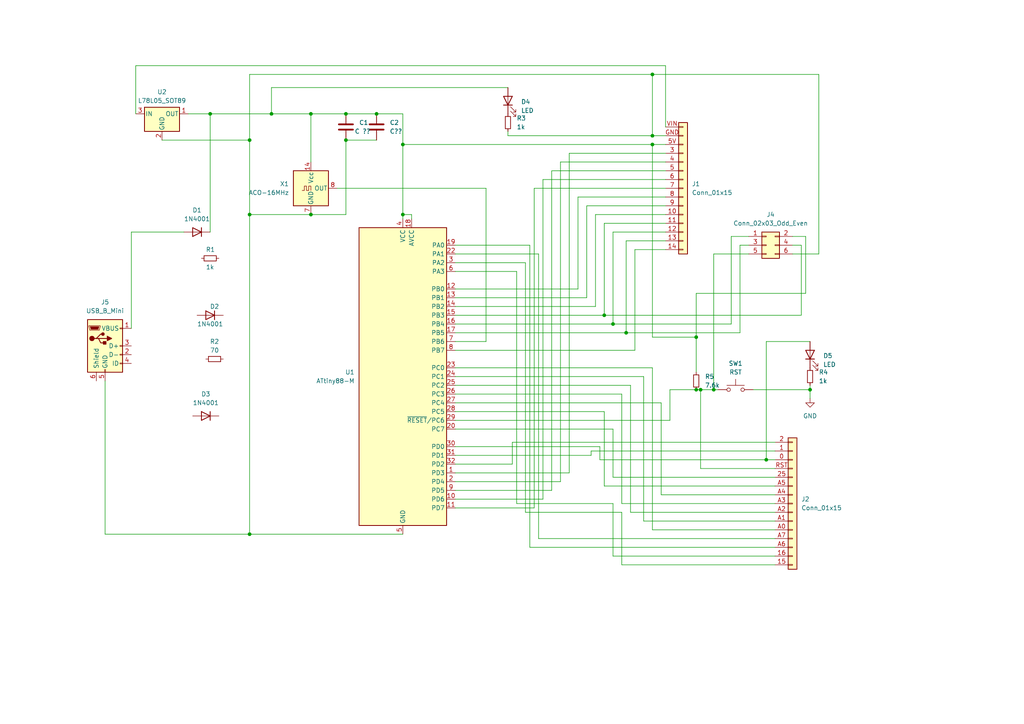
<source format=kicad_sch>
(kicad_sch (version 20230121) (generator eeschema)

  (uuid 2ce4983d-0a65-4e51-bf24-a85095572d0b)

  (paper "A4")

  (lib_symbols
    (symbol "Conn_01x15_1" (pin_names (offset 1.016) hide) (in_bom yes) (on_board yes)
      (property "Reference" "J1" (at 2.54 1.27 0)
        (effects (font (size 1.27 1.27)) (justify left))
      )
      (property "Value" "Conn_01x15" (at 2.54 -1.27 0)
        (effects (font (size 1.27 1.27)) (justify left))
      )
      (property "Footprint" "" (at 0 0 0)
        (effects (font (size 1.27 1.27)) hide)
      )
      (property "Datasheet" "~" (at 0 0 0)
        (effects (font (size 1.27 1.27)) hide)
      )
      (property "ki_keywords" "connector" (at 0 0 0)
        (effects (font (size 1.27 1.27)) hide)
      )
      (property "ki_description" "Generic connector, single row, 01x15, script generated (kicad-library-utils/schlib/autogen/connector/)" (at 0 0 0)
        (effects (font (size 1.27 1.27)) hide)
      )
      (property "ki_fp_filters" "Connector*:*_1x??_*" (at 0 0 0)
        (effects (font (size 1.27 1.27)) hide)
      )
      (symbol "Conn_01x15_1_1_1"
        (rectangle (start -1.27 -17.653) (end 0 -17.907)
          (stroke (width 0.1524) (type default))
          (fill (type none))
        )
        (rectangle (start -1.27 -15.113) (end 0 -15.367)
          (stroke (width 0.1524) (type default))
          (fill (type none))
        )
        (rectangle (start -1.27 -12.573) (end 0 -12.827)
          (stroke (width 0.1524) (type default))
          (fill (type none))
        )
        (rectangle (start -1.27 -10.033) (end 0 -10.287)
          (stroke (width 0.1524) (type default))
          (fill (type none))
        )
        (rectangle (start -1.27 -7.493) (end 0 -7.747)
          (stroke (width 0.1524) (type default))
          (fill (type none))
        )
        (rectangle (start -1.27 -4.953) (end 0 -5.207)
          (stroke (width 0.1524) (type default))
          (fill (type none))
        )
        (rectangle (start -1.27 -2.413) (end 0 -2.667)
          (stroke (width 0.1524) (type default))
          (fill (type none))
        )
        (rectangle (start -1.27 0.127) (end 0 -0.127)
          (stroke (width 0.1524) (type default))
          (fill (type none))
        )
        (rectangle (start -1.27 2.667) (end 0 2.413)
          (stroke (width 0.1524) (type default))
          (fill (type none))
        )
        (rectangle (start -1.27 5.207) (end 0 4.953)
          (stroke (width 0.1524) (type default))
          (fill (type none))
        )
        (rectangle (start -1.27 7.747) (end 0 7.493)
          (stroke (width 0.1524) (type default))
          (fill (type none))
        )
        (rectangle (start -1.27 10.287) (end 0 10.033)
          (stroke (width 0.1524) (type default))
          (fill (type none))
        )
        (rectangle (start -1.27 12.827) (end 0 12.573)
          (stroke (width 0.1524) (type default))
          (fill (type none))
        )
        (rectangle (start -1.27 15.367) (end 0 15.113)
          (stroke (width 0.1524) (type default))
          (fill (type none))
        )
        (rectangle (start -1.27 17.907) (end 0 17.653)
          (stroke (width 0.1524) (type default))
          (fill (type none))
        )
        (rectangle (start -1.27 19.05) (end 1.27 -19.05)
          (stroke (width 0.254) (type default))
          (fill (type background))
        )
        (pin passive line (at -5.08 -7.62 0) (length 3.81)
          (name "Pin_10" (effects (font (size 1.27 1.27))))
          (number "10" (effects (font (size 1.27 1.27))))
        )
        (pin passive line (at -5.08 -10.16 0) (length 3.81)
          (name "Pin_11" (effects (font (size 1.27 1.27))))
          (number "11" (effects (font (size 1.27 1.27))))
        )
        (pin passive line (at -5.08 -12.7 0) (length 3.81)
          (name "Pin_12" (effects (font (size 1.27 1.27))))
          (number "12" (effects (font (size 1.27 1.27))))
        )
        (pin passive line (at -5.08 -15.24 0) (length 3.81)
          (name "Pin_13" (effects (font (size 1.27 1.27))))
          (number "13" (effects (font (size 1.27 1.27))))
        )
        (pin passive line (at -5.08 -17.78 0) (length 3.81)
          (name "Pin_14" (effects (font (size 1.27 1.27))))
          (number "14" (effects (font (size 1.27 1.27))))
        )
        (pin passive line (at -5.08 10.16 0) (length 3.81)
          (name "Pin_3" (effects (font (size 1.27 1.27))))
          (number "3" (effects (font (size 1.27 1.27))))
        )
        (pin passive line (at -5.08 7.62 0) (length 3.81)
          (name "Pin_4" (effects (font (size 1.27 1.27))))
          (number "4" (effects (font (size 1.27 1.27))))
        )
        (pin passive line (at -5.08 5.08 0) (length 3.81)
          (name "Pin_5" (effects (font (size 1.27 1.27))))
          (number "5" (effects (font (size 1.27 1.27))))
        )
        (pin passive line (at -5.08 12.7 0) (length 3.81)
          (name "5V" (effects (font (size 1.27 1.27))))
          (number "5V" (effects (font (size 1.27 1.27))))
        )
        (pin passive line (at -5.08 2.54 0) (length 3.81)
          (name "Pin_6" (effects (font (size 1.27 1.27))))
          (number "6" (effects (font (size 1.27 1.27))))
        )
        (pin passive line (at -5.08 0 0) (length 3.81)
          (name "Pin_7" (effects (font (size 1.27 1.27))))
          (number "7" (effects (font (size 1.27 1.27))))
        )
        (pin passive line (at -5.08 -2.54 0) (length 3.81)
          (name "Pin_8" (effects (font (size 1.27 1.27))))
          (number "8" (effects (font (size 1.27 1.27))))
        )
        (pin passive line (at -5.08 -5.08 0) (length 3.81)
          (name "Pin_9" (effects (font (size 1.27 1.27))))
          (number "9" (effects (font (size 1.27 1.27))))
        )
        (pin passive line (at -5.08 15.24 0) (length 3.81)
          (name "GND" (effects (font (size 1.27 1.27))))
          (number "GND" (effects (font (size 1.27 1.27))))
        )
        (pin passive line (at -5.08 17.78 0) (length 3.81)
          (name "VIN" (effects (font (size 1.27 1.27))))
          (number "VIN" (effects (font (size 1.27 1.27))))
        )
      )
    )
    (symbol "Connector:USB_B_Mini" (pin_names (offset 1.016)) (in_bom yes) (on_board yes)
      (property "Reference" "J" (at -5.08 11.43 0)
        (effects (font (size 1.27 1.27)) (justify left))
      )
      (property "Value" "USB_B_Mini" (at -5.08 8.89 0)
        (effects (font (size 1.27 1.27)) (justify left))
      )
      (property "Footprint" "" (at 3.81 -1.27 0)
        (effects (font (size 1.27 1.27)) hide)
      )
      (property "Datasheet" "~" (at 3.81 -1.27 0)
        (effects (font (size 1.27 1.27)) hide)
      )
      (property "ki_keywords" "connector USB mini" (at 0 0 0)
        (effects (font (size 1.27 1.27)) hide)
      )
      (property "ki_description" "USB Mini Type B connector" (at 0 0 0)
        (effects (font (size 1.27 1.27)) hide)
      )
      (property "ki_fp_filters" "USB*" (at 0 0 0)
        (effects (font (size 1.27 1.27)) hide)
      )
      (symbol "USB_B_Mini_0_1"
        (rectangle (start -5.08 -7.62) (end 5.08 7.62)
          (stroke (width 0.254) (type default))
          (fill (type background))
        )
        (circle (center -3.81 2.159) (radius 0.635)
          (stroke (width 0.254) (type default))
          (fill (type outline))
        )
        (circle (center -0.635 3.429) (radius 0.381)
          (stroke (width 0.254) (type default))
          (fill (type outline))
        )
        (rectangle (start -0.127 -7.62) (end 0.127 -6.858)
          (stroke (width 0) (type default))
          (fill (type none))
        )
        (polyline
          (pts
            (xy -1.905 2.159)
            (xy 0.635 2.159)
          )
          (stroke (width 0.254) (type default))
          (fill (type none))
        )
        (polyline
          (pts
            (xy -3.175 2.159)
            (xy -2.54 2.159)
            (xy -1.27 3.429)
            (xy -0.635 3.429)
          )
          (stroke (width 0.254) (type default))
          (fill (type none))
        )
        (polyline
          (pts
            (xy -2.54 2.159)
            (xy -1.905 2.159)
            (xy -1.27 0.889)
            (xy 0 0.889)
          )
          (stroke (width 0.254) (type default))
          (fill (type none))
        )
        (polyline
          (pts
            (xy 0.635 2.794)
            (xy 0.635 1.524)
            (xy 1.905 2.159)
            (xy 0.635 2.794)
          )
          (stroke (width 0.254) (type default))
          (fill (type outline))
        )
        (polyline
          (pts
            (xy -4.318 5.588)
            (xy -1.778 5.588)
            (xy -2.032 4.826)
            (xy -4.064 4.826)
            (xy -4.318 5.588)
          )
          (stroke (width 0) (type default))
          (fill (type outline))
        )
        (polyline
          (pts
            (xy -4.699 5.842)
            (xy -4.699 5.588)
            (xy -4.445 4.826)
            (xy -4.445 4.572)
            (xy -1.651 4.572)
            (xy -1.651 4.826)
            (xy -1.397 5.588)
            (xy -1.397 5.842)
            (xy -4.699 5.842)
          )
          (stroke (width 0) (type default))
          (fill (type none))
        )
        (rectangle (start 0.254 1.27) (end -0.508 0.508)
          (stroke (width 0.254) (type default))
          (fill (type outline))
        )
        (rectangle (start 5.08 -5.207) (end 4.318 -4.953)
          (stroke (width 0) (type default))
          (fill (type none))
        )
        (rectangle (start 5.08 -2.667) (end 4.318 -2.413)
          (stroke (width 0) (type default))
          (fill (type none))
        )
        (rectangle (start 5.08 -0.127) (end 4.318 0.127)
          (stroke (width 0) (type default))
          (fill (type none))
        )
        (rectangle (start 5.08 4.953) (end 4.318 5.207)
          (stroke (width 0) (type default))
          (fill (type none))
        )
      )
      (symbol "USB_B_Mini_1_1"
        (pin power_out line (at 7.62 5.08 180) (length 2.54)
          (name "VBUS" (effects (font (size 1.27 1.27))))
          (number "1" (effects (font (size 1.27 1.27))))
        )
        (pin bidirectional line (at 7.62 -2.54 180) (length 2.54)
          (name "D-" (effects (font (size 1.27 1.27))))
          (number "2" (effects (font (size 1.27 1.27))))
        )
        (pin bidirectional line (at 7.62 0 180) (length 2.54)
          (name "D+" (effects (font (size 1.27 1.27))))
          (number "3" (effects (font (size 1.27 1.27))))
        )
        (pin passive line (at 7.62 -5.08 180) (length 2.54)
          (name "ID" (effects (font (size 1.27 1.27))))
          (number "4" (effects (font (size 1.27 1.27))))
        )
        (pin power_out line (at 0 -10.16 90) (length 2.54)
          (name "GND" (effects (font (size 1.27 1.27))))
          (number "5" (effects (font (size 1.27 1.27))))
        )
        (pin passive line (at -2.54 -10.16 90) (length 2.54)
          (name "Shield" (effects (font (size 1.27 1.27))))
          (number "6" (effects (font (size 1.27 1.27))))
        )
      )
    )
    (symbol "Connector_Generic:Conn_01x15" (pin_names (offset 1.016) hide) (in_bom yes) (on_board yes)
      (property "Reference" "J2" (at 2.54 1.27 0)
        (effects (font (size 1.27 1.27)) (justify left))
      )
      (property "Value" "Conn_01x15" (at 2.54 -1.27 0)
        (effects (font (size 1.27 1.27)) (justify left))
      )
      (property "Footprint" "" (at 0 0 0)
        (effects (font (size 1.27 1.27)) hide)
      )
      (property "Datasheet" "~" (at 0 0 0)
        (effects (font (size 1.27 1.27)) hide)
      )
      (property "ki_keywords" "connector" (at 0 0 0)
        (effects (font (size 1.27 1.27)) hide)
      )
      (property "ki_description" "Generic connector, single row, 01x15, script generated (kicad-library-utils/schlib/autogen/connector/)" (at 0 0 0)
        (effects (font (size 1.27 1.27)) hide)
      )
      (property "ki_fp_filters" "Connector*:*_1x??_*" (at 0 0 0)
        (effects (font (size 1.27 1.27)) hide)
      )
      (symbol "Conn_01x15_1_1"
        (rectangle (start -1.27 -17.653) (end 0 -17.907)
          (stroke (width 0.1524) (type default))
          (fill (type none))
        )
        (rectangle (start -1.27 -15.113) (end 0 -15.367)
          (stroke (width 0.1524) (type default))
          (fill (type none))
        )
        (rectangle (start -1.27 -12.573) (end 0 -12.827)
          (stroke (width 0.1524) (type default))
          (fill (type none))
        )
        (rectangle (start -1.27 -10.033) (end 0 -10.287)
          (stroke (width 0.1524) (type default))
          (fill (type none))
        )
        (rectangle (start -1.27 -7.493) (end 0 -7.747)
          (stroke (width 0.1524) (type default))
          (fill (type none))
        )
        (rectangle (start -1.27 -4.953) (end 0 -5.207)
          (stroke (width 0.1524) (type default))
          (fill (type none))
        )
        (rectangle (start -1.27 -2.413) (end 0 -2.667)
          (stroke (width 0.1524) (type default))
          (fill (type none))
        )
        (rectangle (start -1.27 0.127) (end 0 -0.127)
          (stroke (width 0.1524) (type default))
          (fill (type none))
        )
        (rectangle (start -1.27 2.667) (end 0 2.413)
          (stroke (width 0.1524) (type default))
          (fill (type none))
        )
        (rectangle (start -1.27 5.207) (end 0 4.953)
          (stroke (width 0.1524) (type default))
          (fill (type none))
        )
        (rectangle (start -1.27 7.747) (end 0 7.493)
          (stroke (width 0.1524) (type default))
          (fill (type none))
        )
        (rectangle (start -1.27 10.287) (end 0 10.033)
          (stroke (width 0.1524) (type default))
          (fill (type none))
        )
        (rectangle (start -1.27 12.827) (end 0 12.573)
          (stroke (width 0.1524) (type default))
          (fill (type none))
        )
        (rectangle (start -1.27 15.367) (end 0 15.113)
          (stroke (width 0.1524) (type default))
          (fill (type none))
        )
        (rectangle (start -1.27 17.907) (end 0 17.653)
          (stroke (width 0.1524) (type default))
          (fill (type none))
        )
        (rectangle (start -1.27 19.05) (end 1.27 -19.05)
          (stroke (width 0.254) (type default))
          (fill (type background))
        )
        (pin passive line (at -5.08 12.7 0) (length 3.81)
          (name "Pin_0" (effects (font (size 1.27 1.27))))
          (number "0" (effects (font (size 1.27 1.27))))
        )
        (pin passive line (at -5.08 15.24 0) (length 3.81)
          (name "Pin_1" (effects (font (size 1.27 1.27))))
          (number "1" (effects (font (size 1.27 1.27))))
        )
        (pin passive line (at -5.08 -17.78 0) (length 3.81)
          (name "Pin_15" (effects (font (size 1.27 1.27))))
          (number "15" (effects (font (size 1.27 1.27))))
        )
        (pin passive line (at -5.08 -15.24 0) (length 3.81)
          (name "Pin_16" (effects (font (size 1.27 1.27))))
          (number "16" (effects (font (size 1.27 1.27))))
        )
        (pin passive line (at -5.08 17.78 0) (length 3.81)
          (name "Pin_2" (effects (font (size 1.27 1.27))))
          (number "2" (effects (font (size 1.27 1.27))))
        )
        (pin passive line (at -5.08 7.62 0) (length 3.81)
          (name "Pin_25" (effects (font (size 1.27 1.27))))
          (number "25" (effects (font (size 1.27 1.27))))
        )
        (pin passive line (at -5.08 -7.62 0) (length 3.81)
          (name "Pin_A0" (effects (font (size 1.27 1.27))))
          (number "A0" (effects (font (size 1.27 1.27))))
        )
        (pin passive line (at -5.08 -5.08 0) (length 3.81)
          (name "Pin_A1" (effects (font (size 1.27 1.27))))
          (number "A1" (effects (font (size 1.27 1.27))))
        )
        (pin passive line (at -5.08 -2.54 0) (length 3.81)
          (name "Pin_A2" (effects (font (size 1.27 1.27))))
          (number "A2" (effects (font (size 1.27 1.27))))
        )
        (pin passive line (at -5.08 0 0) (length 3.81)
          (name "Pin_A3" (effects (font (size 1.27 1.27))))
          (number "A3" (effects (font (size 1.27 1.27))))
        )
        (pin passive line (at -5.08 2.54 0) (length 3.81)
          (name "Pin_A4/SDA" (effects (font (size 1.27 1.27))))
          (number "A4" (effects (font (size 1.27 1.27))))
        )
        (pin passive line (at -5.08 5.08 0) (length 3.81)
          (name "Pin_A5/SCL" (effects (font (size 1.27 1.27))))
          (number "A5" (effects (font (size 1.27 1.27))))
        )
        (pin passive line (at -5.08 -12.7 0) (length 3.81)
          (name "Pin_A6" (effects (font (size 1.27 1.27))))
          (number "A6" (effects (font (size 1.27 1.27))))
        )
        (pin passive line (at -5.08 -10.16 0) (length 3.81)
          (name "Pin_A7" (effects (font (size 1.27 1.27))))
          (number "A7" (effects (font (size 1.27 1.27))))
        )
        (pin passive line (at -5.08 10.16 0) (length 3.81)
          (name "Pin_RST" (effects (font (size 1.27 1.27))))
          (number "RST" (effects (font (size 1.27 1.27))))
        )
      )
    )
    (symbol "Connector_Generic:Conn_02x03_Odd_Even" (pin_names (offset 1.016) hide) (in_bom yes) (on_board yes)
      (property "Reference" "J" (at 1.27 5.08 0)
        (effects (font (size 1.27 1.27)))
      )
      (property "Value" "Conn_02x03_Odd_Even" (at 1.27 -5.08 0)
        (effects (font (size 1.27 1.27)))
      )
      (property "Footprint" "" (at 0 0 0)
        (effects (font (size 1.27 1.27)) hide)
      )
      (property "Datasheet" "~" (at 0 0 0)
        (effects (font (size 1.27 1.27)) hide)
      )
      (property "ki_keywords" "connector" (at 0 0 0)
        (effects (font (size 1.27 1.27)) hide)
      )
      (property "ki_description" "Generic connector, double row, 02x03, odd/even pin numbering scheme (row 1 odd numbers, row 2 even numbers), script generated (kicad-library-utils/schlib/autogen/connector/)" (at 0 0 0)
        (effects (font (size 1.27 1.27)) hide)
      )
      (property "ki_fp_filters" "Connector*:*_2x??_*" (at 0 0 0)
        (effects (font (size 1.27 1.27)) hide)
      )
      (symbol "Conn_02x03_Odd_Even_1_1"
        (rectangle (start -1.27 -2.413) (end 0 -2.667)
          (stroke (width 0.1524) (type default))
          (fill (type none))
        )
        (rectangle (start -1.27 0.127) (end 0 -0.127)
          (stroke (width 0.1524) (type default))
          (fill (type none))
        )
        (rectangle (start -1.27 2.667) (end 0 2.413)
          (stroke (width 0.1524) (type default))
          (fill (type none))
        )
        (rectangle (start -1.27 3.81) (end 3.81 -3.81)
          (stroke (width 0.254) (type default))
          (fill (type background))
        )
        (rectangle (start 3.81 -2.413) (end 2.54 -2.667)
          (stroke (width 0.1524) (type default))
          (fill (type none))
        )
        (rectangle (start 3.81 0.127) (end 2.54 -0.127)
          (stroke (width 0.1524) (type default))
          (fill (type none))
        )
        (rectangle (start 3.81 2.667) (end 2.54 2.413)
          (stroke (width 0.1524) (type default))
          (fill (type none))
        )
        (pin passive line (at -5.08 2.54 0) (length 3.81)
          (name "Pin_1" (effects (font (size 1.27 1.27))))
          (number "1" (effects (font (size 1.27 1.27))))
        )
        (pin passive line (at 7.62 2.54 180) (length 3.81)
          (name "Pin_2" (effects (font (size 1.27 1.27))))
          (number "2" (effects (font (size 1.27 1.27))))
        )
        (pin passive line (at -5.08 0 0) (length 3.81)
          (name "Pin_3" (effects (font (size 1.27 1.27))))
          (number "3" (effects (font (size 1.27 1.27))))
        )
        (pin passive line (at 7.62 0 180) (length 3.81)
          (name "Pin_4" (effects (font (size 1.27 1.27))))
          (number "4" (effects (font (size 1.27 1.27))))
        )
        (pin passive line (at -5.08 -2.54 0) (length 3.81)
          (name "Pin_5" (effects (font (size 1.27 1.27))))
          (number "5" (effects (font (size 1.27 1.27))))
        )
        (pin passive line (at 7.62 -2.54 180) (length 3.81)
          (name "Pin_6" (effects (font (size 1.27 1.27))))
          (number "6" (effects (font (size 1.27 1.27))))
        )
      )
    )
    (symbol "Device:C" (pin_numbers hide) (pin_names (offset 0.254)) (in_bom yes) (on_board yes)
      (property "Reference" "C" (at 0.635 2.54 0)
        (effects (font (size 1.27 1.27)) (justify left))
      )
      (property "Value" "C" (at 0.635 -2.54 0)
        (effects (font (size 1.27 1.27)) (justify left))
      )
      (property "Footprint" "" (at 0.9652 -3.81 0)
        (effects (font (size 1.27 1.27)) hide)
      )
      (property "Datasheet" "~" (at 0 0 0)
        (effects (font (size 1.27 1.27)) hide)
      )
      (property "ki_keywords" "cap capacitor" (at 0 0 0)
        (effects (font (size 1.27 1.27)) hide)
      )
      (property "ki_description" "Unpolarized capacitor" (at 0 0 0)
        (effects (font (size 1.27 1.27)) hide)
      )
      (property "ki_fp_filters" "C_*" (at 0 0 0)
        (effects (font (size 1.27 1.27)) hide)
      )
      (symbol "C_0_1"
        (polyline
          (pts
            (xy -2.032 -0.762)
            (xy 2.032 -0.762)
          )
          (stroke (width 0.508) (type default))
          (fill (type none))
        )
        (polyline
          (pts
            (xy -2.032 0.762)
            (xy 2.032 0.762)
          )
          (stroke (width 0.508) (type default))
          (fill (type none))
        )
      )
      (symbol "C_1_1"
        (pin passive line (at 0 3.81 270) (length 2.794)
          (name "~" (effects (font (size 1.27 1.27))))
          (number "1" (effects (font (size 1.27 1.27))))
        )
        (pin passive line (at 0 -3.81 90) (length 2.794)
          (name "~" (effects (font (size 1.27 1.27))))
          (number "2" (effects (font (size 1.27 1.27))))
        )
      )
    )
    (symbol "Device:LED" (pin_numbers hide) (pin_names (offset 1.016) hide) (in_bom yes) (on_board yes)
      (property "Reference" "D" (at 0 2.54 0)
        (effects (font (size 1.27 1.27)))
      )
      (property "Value" "LED" (at 0 -2.54 0)
        (effects (font (size 1.27 1.27)))
      )
      (property "Footprint" "" (at 0 0 0)
        (effects (font (size 1.27 1.27)) hide)
      )
      (property "Datasheet" "~" (at 0 0 0)
        (effects (font (size 1.27 1.27)) hide)
      )
      (property "ki_keywords" "LED diode" (at 0 0 0)
        (effects (font (size 1.27 1.27)) hide)
      )
      (property "ki_description" "Light emitting diode" (at 0 0 0)
        (effects (font (size 1.27 1.27)) hide)
      )
      (property "ki_fp_filters" "LED* LED_SMD:* LED_THT:*" (at 0 0 0)
        (effects (font (size 1.27 1.27)) hide)
      )
      (symbol "LED_0_1"
        (polyline
          (pts
            (xy -1.27 -1.27)
            (xy -1.27 1.27)
          )
          (stroke (width 0.254) (type default))
          (fill (type none))
        )
        (polyline
          (pts
            (xy -1.27 0)
            (xy 1.27 0)
          )
          (stroke (width 0) (type default))
          (fill (type none))
        )
        (polyline
          (pts
            (xy 1.27 -1.27)
            (xy 1.27 1.27)
            (xy -1.27 0)
            (xy 1.27 -1.27)
          )
          (stroke (width 0.254) (type default))
          (fill (type none))
        )
        (polyline
          (pts
            (xy -3.048 -0.762)
            (xy -4.572 -2.286)
            (xy -3.81 -2.286)
            (xy -4.572 -2.286)
            (xy -4.572 -1.524)
          )
          (stroke (width 0) (type default))
          (fill (type none))
        )
        (polyline
          (pts
            (xy -1.778 -0.762)
            (xy -3.302 -2.286)
            (xy -2.54 -2.286)
            (xy -3.302 -2.286)
            (xy -3.302 -1.524)
          )
          (stroke (width 0) (type default))
          (fill (type none))
        )
      )
      (symbol "LED_1_1"
        (pin passive line (at -3.81 0 0) (length 2.54)
          (name "K" (effects (font (size 1.27 1.27))))
          (number "1" (effects (font (size 1.27 1.27))))
        )
        (pin passive line (at 3.81 0 180) (length 2.54)
          (name "A" (effects (font (size 1.27 1.27))))
          (number "2" (effects (font (size 1.27 1.27))))
        )
      )
    )
    (symbol "Device:R_Small" (pin_numbers hide) (pin_names (offset 0.254) hide) (in_bom yes) (on_board yes)
      (property "Reference" "R" (at 0.762 0.508 0)
        (effects (font (size 1.27 1.27)) (justify left))
      )
      (property "Value" "R_Small" (at 0.762 -1.016 0)
        (effects (font (size 1.27 1.27)) (justify left))
      )
      (property "Footprint" "" (at 0 0 0)
        (effects (font (size 1.27 1.27)) hide)
      )
      (property "Datasheet" "~" (at 0 0 0)
        (effects (font (size 1.27 1.27)) hide)
      )
      (property "ki_keywords" "R resistor" (at 0 0 0)
        (effects (font (size 1.27 1.27)) hide)
      )
      (property "ki_description" "Resistor, small symbol" (at 0 0 0)
        (effects (font (size 1.27 1.27)) hide)
      )
      (property "ki_fp_filters" "R_*" (at 0 0 0)
        (effects (font (size 1.27 1.27)) hide)
      )
      (symbol "R_Small_0_1"
        (rectangle (start -0.762 1.778) (end 0.762 -1.778)
          (stroke (width 0.2032) (type default))
          (fill (type none))
        )
      )
      (symbol "R_Small_1_1"
        (pin passive line (at 0 2.54 270) (length 0.762)
          (name "~" (effects (font (size 1.27 1.27))))
          (number "1" (effects (font (size 1.27 1.27))))
        )
        (pin passive line (at 0 -2.54 90) (length 0.762)
          (name "~" (effects (font (size 1.27 1.27))))
          (number "2" (effects (font (size 1.27 1.27))))
        )
      )
    )
    (symbol "Diode:1N4001" (pin_numbers hide) (pin_names hide) (in_bom yes) (on_board yes)
      (property "Reference" "D" (at 0 2.54 0)
        (effects (font (size 1.27 1.27)))
      )
      (property "Value" "1N4001" (at 0 -2.54 0)
        (effects (font (size 1.27 1.27)))
      )
      (property "Footprint" "Diode_THT:D_DO-41_SOD81_P10.16mm_Horizontal" (at 0 0 0)
        (effects (font (size 1.27 1.27)) hide)
      )
      (property "Datasheet" "http://www.vishay.com/docs/88503/1n4001.pdf" (at 0 0 0)
        (effects (font (size 1.27 1.27)) hide)
      )
      (property "Sim.Device" "D" (at 0 0 0)
        (effects (font (size 1.27 1.27)) hide)
      )
      (property "Sim.Pins" "1=K 2=A" (at 0 0 0)
        (effects (font (size 1.27 1.27)) hide)
      )
      (property "ki_keywords" "diode" (at 0 0 0)
        (effects (font (size 1.27 1.27)) hide)
      )
      (property "ki_description" "50V 1A General Purpose Rectifier Diode, DO-41" (at 0 0 0)
        (effects (font (size 1.27 1.27)) hide)
      )
      (property "ki_fp_filters" "D*DO?41*" (at 0 0 0)
        (effects (font (size 1.27 1.27)) hide)
      )
      (symbol "1N4001_0_1"
        (polyline
          (pts
            (xy -1.27 1.27)
            (xy -1.27 -1.27)
          )
          (stroke (width 0.254) (type default))
          (fill (type none))
        )
        (polyline
          (pts
            (xy 1.27 0)
            (xy -1.27 0)
          )
          (stroke (width 0) (type default))
          (fill (type none))
        )
        (polyline
          (pts
            (xy 1.27 1.27)
            (xy 1.27 -1.27)
            (xy -1.27 0)
            (xy 1.27 1.27)
          )
          (stroke (width 0.254) (type default))
          (fill (type none))
        )
      )
      (symbol "1N4001_1_1"
        (pin passive line (at -3.81 0 0) (length 2.54)
          (name "K" (effects (font (size 1.27 1.27))))
          (number "1" (effects (font (size 1.27 1.27))))
        )
        (pin passive line (at 3.81 0 180) (length 2.54)
          (name "A" (effects (font (size 1.27 1.27))))
          (number "2" (effects (font (size 1.27 1.27))))
        )
      )
    )
    (symbol "MCU_Microchip_ATtiny:ATtiny88-M" (in_bom yes) (on_board yes)
      (property "Reference" "U" (at -12.7 44.45 0)
        (effects (font (size 1.27 1.27)) (justify left bottom))
      )
      (property "Value" "ATtiny88-M" (at 2.54 -44.45 0)
        (effects (font (size 1.27 1.27)) (justify left top))
      )
      (property "Footprint" "Package_DFN_QFN:QFN-32-1EP_5x5mm_P0.5mm_EP3.1x3.1mm" (at 0 0 0)
        (effects (font (size 1.27 1.27) italic) hide)
      )
      (property "Datasheet" "http://ww1.microchip.com/downloads/en/DeviceDoc/doc8008.pdf" (at 0 0 0)
        (effects (font (size 1.27 1.27)) hide)
      )
      (property "ki_keywords" "AVR 8bit Microcontroller tinyAVR" (at 0 0 0)
        (effects (font (size 1.27 1.27)) hide)
      )
      (property "ki_description" "12MHz, 8kB Flash, 512B SRAM, 64B EEPROM, QFN-32" (at 0 0 0)
        (effects (font (size 1.27 1.27)) hide)
      )
      (property "ki_fp_filters" "QFN*1EP*5x5mm*P0.5mm*" (at 0 0 0)
        (effects (font (size 1.27 1.27)) hide)
      )
      (symbol "ATtiny88-M_0_1"
        (rectangle (start -12.7 -43.18) (end 12.7 43.18)
          (stroke (width 0.254) (type default))
          (fill (type background))
        )
      )
      (symbol "ATtiny88-M_1_1"
        (pin bidirectional line (at 15.24 -27.94 180) (length 2.54)
          (name "PD3" (effects (font (size 1.27 1.27))))
          (number "1" (effects (font (size 1.27 1.27))))
        )
        (pin bidirectional line (at 15.24 -35.56 180) (length 2.54)
          (name "PD6" (effects (font (size 1.27 1.27))))
          (number "10" (effects (font (size 1.27 1.27))))
        )
        (pin bidirectional line (at 15.24 -38.1 180) (length 2.54)
          (name "PD7" (effects (font (size 1.27 1.27))))
          (number "11" (effects (font (size 1.27 1.27))))
        )
        (pin bidirectional line (at 15.24 25.4 180) (length 2.54)
          (name "PB0" (effects (font (size 1.27 1.27))))
          (number "12" (effects (font (size 1.27 1.27))))
        )
        (pin bidirectional line (at 15.24 22.86 180) (length 2.54)
          (name "PB1" (effects (font (size 1.27 1.27))))
          (number "13" (effects (font (size 1.27 1.27))))
        )
        (pin bidirectional line (at 15.24 20.32 180) (length 2.54)
          (name "PB2" (effects (font (size 1.27 1.27))))
          (number "14" (effects (font (size 1.27 1.27))))
        )
        (pin bidirectional line (at 15.24 17.78 180) (length 2.54)
          (name "PB3" (effects (font (size 1.27 1.27))))
          (number "15" (effects (font (size 1.27 1.27))))
        )
        (pin bidirectional line (at 15.24 15.24 180) (length 2.54)
          (name "PB4" (effects (font (size 1.27 1.27))))
          (number "16" (effects (font (size 1.27 1.27))))
        )
        (pin bidirectional line (at 15.24 12.7 180) (length 2.54)
          (name "PB5" (effects (font (size 1.27 1.27))))
          (number "17" (effects (font (size 1.27 1.27))))
        )
        (pin power_in line (at 2.54 45.72 270) (length 2.54)
          (name "AVCC" (effects (font (size 1.27 1.27))))
          (number "18" (effects (font (size 1.27 1.27))))
        )
        (pin bidirectional line (at 15.24 38.1 180) (length 2.54)
          (name "PA0" (effects (font (size 1.27 1.27))))
          (number "19" (effects (font (size 1.27 1.27))))
        )
        (pin bidirectional line (at 15.24 -30.48 180) (length 2.54)
          (name "PD4" (effects (font (size 1.27 1.27))))
          (number "2" (effects (font (size 1.27 1.27))))
        )
        (pin bidirectional line (at 15.24 -15.24 180) (length 2.54)
          (name "PC7" (effects (font (size 1.27 1.27))))
          (number "20" (effects (font (size 1.27 1.27))))
        )
        (pin passive line (at 0 -45.72 90) (length 2.54) hide
          (name "GND" (effects (font (size 1.27 1.27))))
          (number "21" (effects (font (size 1.27 1.27))))
        )
        (pin bidirectional line (at 15.24 35.56 180) (length 2.54)
          (name "PA1" (effects (font (size 1.27 1.27))))
          (number "22" (effects (font (size 1.27 1.27))))
        )
        (pin bidirectional line (at 15.24 2.54 180) (length 2.54)
          (name "PC0" (effects (font (size 1.27 1.27))))
          (number "23" (effects (font (size 1.27 1.27))))
        )
        (pin bidirectional line (at 15.24 0 180) (length 2.54)
          (name "PC1" (effects (font (size 1.27 1.27))))
          (number "24" (effects (font (size 1.27 1.27))))
        )
        (pin bidirectional line (at 15.24 -2.54 180) (length 2.54)
          (name "PC2" (effects (font (size 1.27 1.27))))
          (number "25" (effects (font (size 1.27 1.27))))
        )
        (pin bidirectional line (at 15.24 -5.08 180) (length 2.54)
          (name "PC3" (effects (font (size 1.27 1.27))))
          (number "26" (effects (font (size 1.27 1.27))))
        )
        (pin bidirectional line (at 15.24 -7.62 180) (length 2.54)
          (name "PC4" (effects (font (size 1.27 1.27))))
          (number "27" (effects (font (size 1.27 1.27))))
        )
        (pin bidirectional line (at 15.24 -10.16 180) (length 2.54)
          (name "PC5" (effects (font (size 1.27 1.27))))
          (number "28" (effects (font (size 1.27 1.27))))
        )
        (pin bidirectional line (at 15.24 -12.7 180) (length 2.54)
          (name "~{RESET}/PC6" (effects (font (size 1.27 1.27))))
          (number "29" (effects (font (size 1.27 1.27))))
        )
        (pin bidirectional line (at 15.24 33.02 180) (length 2.54)
          (name "PA2" (effects (font (size 1.27 1.27))))
          (number "3" (effects (font (size 1.27 1.27))))
        )
        (pin bidirectional line (at 15.24 -20.32 180) (length 2.54)
          (name "PD0" (effects (font (size 1.27 1.27))))
          (number "30" (effects (font (size 1.27 1.27))))
        )
        (pin bidirectional line (at 15.24 -22.86 180) (length 2.54)
          (name "PD1" (effects (font (size 1.27 1.27))))
          (number "31" (effects (font (size 1.27 1.27))))
        )
        (pin bidirectional line (at 15.24 -25.4 180) (length 2.54)
          (name "PD2" (effects (font (size 1.27 1.27))))
          (number "32" (effects (font (size 1.27 1.27))))
        )
        (pin passive line (at 0 -45.72 90) (length 2.54) hide
          (name "GND" (effects (font (size 1.27 1.27))))
          (number "33" (effects (font (size 1.27 1.27))))
        )
        (pin power_in line (at 0 45.72 270) (length 2.54)
          (name "VCC" (effects (font (size 1.27 1.27))))
          (number "4" (effects (font (size 1.27 1.27))))
        )
        (pin power_in line (at 0 -45.72 90) (length 2.54)
          (name "GND" (effects (font (size 1.27 1.27))))
          (number "5" (effects (font (size 1.27 1.27))))
        )
        (pin bidirectional line (at 15.24 30.48 180) (length 2.54)
          (name "PA3" (effects (font (size 1.27 1.27))))
          (number "6" (effects (font (size 1.27 1.27))))
        )
        (pin bidirectional line (at 15.24 10.16 180) (length 2.54)
          (name "PB6" (effects (font (size 1.27 1.27))))
          (number "7" (effects (font (size 1.27 1.27))))
        )
        (pin bidirectional line (at 15.24 7.62 180) (length 2.54)
          (name "PB7" (effects (font (size 1.27 1.27))))
          (number "8" (effects (font (size 1.27 1.27))))
        )
        (pin bidirectional line (at 15.24 -33.02 180) (length 2.54)
          (name "PD5" (effects (font (size 1.27 1.27))))
          (number "9" (effects (font (size 1.27 1.27))))
        )
      )
    )
    (symbol "Oscillator:ACO-xxxMHz" (pin_names (offset 0.254)) (in_bom yes) (on_board yes)
      (property "Reference" "X" (at -5.08 6.35 0)
        (effects (font (size 1.27 1.27)) (justify left))
      )
      (property "Value" "ACO-xxxMHz" (at 1.27 -6.35 0)
        (effects (font (size 1.27 1.27)) (justify left))
      )
      (property "Footprint" "Oscillator:Oscillator_DIP-14" (at 11.43 -8.89 0)
        (effects (font (size 1.27 1.27)) hide)
      )
      (property "Datasheet" "http://www.conwin.com/datasheets/cx/cx030.pdf" (at -2.54 0 0)
        (effects (font (size 1.27 1.27)) hide)
      )
      (property "ki_keywords" "Crystal Clock Oscillator" (at 0 0 0)
        (effects (font (size 1.27 1.27)) hide)
      )
      (property "ki_description" "HCMOS Crystal Clock Oscillator, DIP14-style metal package" (at 0 0 0)
        (effects (font (size 1.27 1.27)) hide)
      )
      (property "ki_fp_filters" "Oscillator*DIP*14*" (at 0 0 0)
        (effects (font (size 1.27 1.27)) hide)
      )
      (symbol "ACO-xxxMHz_0_1"
        (rectangle (start -5.08 5.08) (end 5.08 -5.08)
          (stroke (width 0.254) (type default))
          (fill (type background))
        )
        (polyline
          (pts
            (xy -2.54 -0.635)
            (xy -1.905 -0.635)
            (xy -1.905 0.635)
            (xy -1.27 0.635)
            (xy -1.27 -0.635)
            (xy -0.635 -0.635)
            (xy -0.635 0.635)
            (xy 0 0.635)
            (xy 0 -0.635)
          )
          (stroke (width 0) (type default))
          (fill (type none))
        )
      )
      (symbol "ACO-xxxMHz_1_1"
        (pin no_connect line (at -5.08 2.54 0) (length 2.54) hide
          (name "NC" (effects (font (size 1.27 1.27))))
          (number "1" (effects (font (size 1.27 1.27))))
        )
        (pin power_in line (at 0 7.62 270) (length 2.54)
          (name "Vcc" (effects (font (size 1.27 1.27))))
          (number "14" (effects (font (size 1.27 1.27))))
        )
        (pin power_in line (at 0 -7.62 90) (length 2.54)
          (name "GND" (effects (font (size 1.27 1.27))))
          (number "7" (effects (font (size 1.27 1.27))))
        )
        (pin output line (at 7.62 0 180) (length 2.54)
          (name "OUT" (effects (font (size 1.27 1.27))))
          (number "8" (effects (font (size 1.27 1.27))))
        )
      )
    )
    (symbol "Regulator_Linear:L78L05_SOT89" (pin_names (offset 0.254)) (in_bom yes) (on_board yes)
      (property "Reference" "U" (at -3.81 3.175 0)
        (effects (font (size 1.27 1.27)))
      )
      (property "Value" "L78L05_SOT89" (at -0.635 3.175 0)
        (effects (font (size 1.27 1.27)) (justify left))
      )
      (property "Footprint" "Package_TO_SOT_SMD:SOT-89-3" (at 0 5.08 0)
        (effects (font (size 1.27 1.27) italic) hide)
      )
      (property "Datasheet" "http://www.st.com/content/ccc/resource/technical/document/datasheet/15/55/e5/aa/23/5b/43/fd/CD00000446.pdf/files/CD00000446.pdf/jcr:content/translations/en.CD00000446.pdf" (at 0 -1.27 0)
        (effects (font (size 1.27 1.27)) hide)
      )
      (property "ki_keywords" "Voltage Regulator 100mA Positive" (at 0 0 0)
        (effects (font (size 1.27 1.27)) hide)
      )
      (property "ki_description" "Positive 100mA 30V Linear Regulator, Fixed Output 5V, SOT-89" (at 0 0 0)
        (effects (font (size 1.27 1.27)) hide)
      )
      (property "ki_fp_filters" "SOT?89*" (at 0 0 0)
        (effects (font (size 1.27 1.27)) hide)
      )
      (symbol "L78L05_SOT89_0_1"
        (rectangle (start -5.08 1.905) (end 5.08 -5.08)
          (stroke (width 0.254) (type default))
          (fill (type background))
        )
      )
      (symbol "L78L05_SOT89_1_1"
        (pin power_out line (at 7.62 0 180) (length 2.54)
          (name "OUT" (effects (font (size 1.27 1.27))))
          (number "1" (effects (font (size 1.27 1.27))))
        )
        (pin power_in line (at 0 -7.62 90) (length 2.54)
          (name "GND" (effects (font (size 1.27 1.27))))
          (number "2" (effects (font (size 1.27 1.27))))
        )
        (pin power_in line (at -7.62 0 0) (length 2.54)
          (name "IN" (effects (font (size 1.27 1.27))))
          (number "3" (effects (font (size 1.27 1.27))))
        )
      )
    )
    (symbol "Switch:SW_Push" (pin_numbers hide) (pin_names (offset 1.016) hide) (in_bom yes) (on_board yes)
      (property "Reference" "SW" (at 1.27 2.54 0)
        (effects (font (size 1.27 1.27)) (justify left))
      )
      (property "Value" "SW_Push" (at 0 -1.524 0)
        (effects (font (size 1.27 1.27)))
      )
      (property "Footprint" "" (at 0 5.08 0)
        (effects (font (size 1.27 1.27)) hide)
      )
      (property "Datasheet" "~" (at 0 5.08 0)
        (effects (font (size 1.27 1.27)) hide)
      )
      (property "ki_keywords" "switch normally-open pushbutton push-button" (at 0 0 0)
        (effects (font (size 1.27 1.27)) hide)
      )
      (property "ki_description" "Push button switch, generic, two pins" (at 0 0 0)
        (effects (font (size 1.27 1.27)) hide)
      )
      (symbol "SW_Push_0_1"
        (circle (center -2.032 0) (radius 0.508)
          (stroke (width 0) (type default))
          (fill (type none))
        )
        (polyline
          (pts
            (xy 0 1.27)
            (xy 0 3.048)
          )
          (stroke (width 0) (type default))
          (fill (type none))
        )
        (polyline
          (pts
            (xy 2.54 1.27)
            (xy -2.54 1.27)
          )
          (stroke (width 0) (type default))
          (fill (type none))
        )
        (circle (center 2.032 0) (radius 0.508)
          (stroke (width 0) (type default))
          (fill (type none))
        )
        (pin passive line (at -5.08 0 0) (length 2.54)
          (name "1" (effects (font (size 1.27 1.27))))
          (number "1" (effects (font (size 1.27 1.27))))
        )
        (pin passive line (at 5.08 0 180) (length 2.54)
          (name "2" (effects (font (size 1.27 1.27))))
          (number "2" (effects (font (size 1.27 1.27))))
        )
      )
    )
    (symbol "power:GND" (power) (pin_names (offset 0)) (in_bom yes) (on_board yes)
      (property "Reference" "#PWR" (at 0 -6.35 0)
        (effects (font (size 1.27 1.27)) hide)
      )
      (property "Value" "GND" (at 0 -3.81 0)
        (effects (font (size 1.27 1.27)))
      )
      (property "Footprint" "" (at 0 0 0)
        (effects (font (size 1.27 1.27)) hide)
      )
      (property "Datasheet" "" (at 0 0 0)
        (effects (font (size 1.27 1.27)) hide)
      )
      (property "ki_keywords" "global power" (at 0 0 0)
        (effects (font (size 1.27 1.27)) hide)
      )
      (property "ki_description" "Power symbol creates a global label with name \"GND\" , ground" (at 0 0 0)
        (effects (font (size 1.27 1.27)) hide)
      )
      (symbol "GND_0_1"
        (polyline
          (pts
            (xy 0 0)
            (xy 0 -1.27)
            (xy 1.27 -1.27)
            (xy 0 -2.54)
            (xy -1.27 -1.27)
            (xy 0 -1.27)
          )
          (stroke (width 0) (type default))
          (fill (type none))
        )
      )
      (symbol "GND_1_1"
        (pin power_in line (at 0 0 270) (length 0) hide
          (name "GND" (effects (font (size 1.27 1.27))))
          (number "1" (effects (font (size 1.27 1.27))))
        )
      )
    )
  )

  (junction (at 116.84 41.91) (diameter 0) (color 0 0 0 0)
    (uuid 018c7af1-ab84-4485-8cc0-25841db0329c)
  )
  (junction (at 90.17 62.23) (diameter 0) (color 0 0 0 0)
    (uuid 05d564dc-f6f4-4503-93e0-0e651edba2c7)
  )
  (junction (at 201.93 97.79) (diameter 0) (color 0 0 0 0)
    (uuid 164bc723-b3b3-4442-9d9b-71c2fa512745)
  )
  (junction (at 181.61 96.52) (diameter 0) (color 0 0 0 0)
    (uuid 2b17c64a-abfc-4659-aa18-f00bcdca9c48)
  )
  (junction (at 234.95 113.03) (diameter 0) (color 0 0 0 0)
    (uuid 308102e7-9763-4803-a82d-bd851707f6c5)
  )
  (junction (at 72.39 154.94) (diameter 0) (color 0 0 0 0)
    (uuid 38b07d7f-b745-4634-8c87-ee5378fe68c2)
  )
  (junction (at 78.74 33.02) (diameter 0) (color 0 0 0 0)
    (uuid 3a894160-2f4b-4c64-9c64-a97e52b39957)
  )
  (junction (at 203.2 113.03) (diameter 0) (color 0 0 0 0)
    (uuid 3e06cd9f-834d-444a-bb5e-6056f3841898)
  )
  (junction (at 207.01 113.03) (diameter 0) (color 0 0 0 0)
    (uuid 41c2b2a6-f604-4100-b236-2723018e5a03)
  )
  (junction (at 189.23 41.91) (diameter 0) (color 0 0 0 0)
    (uuid 445eb25d-b770-4755-8fe9-31bf6076ec34)
  )
  (junction (at 109.22 33.02) (diameter 0) (color 0 0 0 0)
    (uuid 5e2b7d72-e0e4-4643-be07-096d42175d01)
  )
  (junction (at 116.84 62.23) (diameter 0) (color 0 0 0 0)
    (uuid 6d5f1228-d997-47a4-ab08-9dfdc99812b9)
  )
  (junction (at 100.33 40.64) (diameter 0) (color 0 0 0 0)
    (uuid 7023464c-5649-4bd3-bce5-29922b51300d)
  )
  (junction (at 175.26 91.44) (diameter 0) (color 0 0 0 0)
    (uuid 71c5e940-ed49-4931-ac19-c51c45b4b403)
  )
  (junction (at 100.33 33.02) (diameter 0) (color 0 0 0 0)
    (uuid 8aab117f-62ec-4423-a70b-9a473a0c167c)
  )
  (junction (at 189.23 39.37) (diameter 0) (color 0 0 0 0)
    (uuid 8bb5d3d0-c1e7-46d6-9ec5-aa730b1be25d)
  )
  (junction (at 201.93 113.03) (diameter 0) (color 0 0 0 0)
    (uuid 935227d3-2ede-4b44-b509-929599b58141)
  )
  (junction (at 72.39 40.64) (diameter 0) (color 0 0 0 0)
    (uuid 9954cef7-358f-4c29-80b0-947be21f93e3)
  )
  (junction (at 60.96 33.02) (diameter 0) (color 0 0 0 0)
    (uuid ad93df2e-68ff-468d-9ef4-d0c456fe38b2)
  )
  (junction (at 177.8 93.98) (diameter 0) (color 0 0 0 0)
    (uuid b088c36c-77d6-4c12-b4e1-a188e4471013)
  )
  (junction (at 72.39 62.23) (diameter 0) (color 0 0 0 0)
    (uuid b60469e6-0fa9-4e3a-ab44-870cbecce81a)
  )
  (junction (at 189.23 21.59) (diameter 0) (color 0 0 0 0)
    (uuid dbb25a19-ed59-4f07-846a-77dcf1868cc0)
  )
  (junction (at 90.17 33.02) (diameter 0) (color 0 0 0 0)
    (uuid e3b8789c-3324-412a-83b1-5c7971d29be7)
  )
  (junction (at 222.25 133.35) (diameter 0) (color 0 0 0 0)
    (uuid fb9ad8e7-5835-4214-a455-d8828f22bf34)
  )

  (wire (pts (xy 132.08 86.36) (xy 170.18 86.36))
    (stroke (width 0) (type default))
    (uuid 00569e3d-ad22-44b0-9cc1-0e6a78c5a3bf)
  )
  (wire (pts (xy 175.26 119.38) (xy 175.26 140.97))
    (stroke (width 0) (type default))
    (uuid 007187dd-8919-4c86-8c4e-652eb3e9593f)
  )
  (wire (pts (xy 132.08 101.6) (xy 184.15 101.6))
    (stroke (width 0) (type default))
    (uuid 0125bce4-9945-4638-8e51-5e07f20598ff)
  )
  (wire (pts (xy 177.8 161.29) (xy 224.79 161.29))
    (stroke (width 0) (type default))
    (uuid 016d8e26-0aad-4859-952f-78f0c14dbaf0)
  )
  (wire (pts (xy 132.08 91.44) (xy 175.26 91.44))
    (stroke (width 0) (type default))
    (uuid 0201a471-00aa-44bc-b837-1b9ac4b8d785)
  )
  (wire (pts (xy 72.39 40.64) (xy 72.39 62.23))
    (stroke (width 0) (type default))
    (uuid 03215116-698b-4606-98b0-6dbca1215b10)
  )
  (wire (pts (xy 132.08 83.82) (xy 167.64 83.82))
    (stroke (width 0) (type default))
    (uuid 04edec6a-479b-4e7d-8601-3386dd4b53fb)
  )
  (wire (pts (xy 177.8 161.29) (xy 177.8 146.05))
    (stroke (width 0) (type default))
    (uuid 0765b50e-789a-4aa2-b3d5-827447d1d522)
  )
  (wire (pts (xy 182.88 148.59) (xy 224.79 148.59))
    (stroke (width 0) (type default))
    (uuid 08b8f2a3-ec2f-4caf-b14a-1e882d6d5dfd)
  )
  (wire (pts (xy 184.15 72.39) (xy 193.04 72.39))
    (stroke (width 0) (type default))
    (uuid 09987238-956f-48e8-a39d-6eab9bff6a71)
  )
  (wire (pts (xy 222.25 99.06) (xy 234.95 99.06))
    (stroke (width 0) (type default))
    (uuid 0cbba782-b9ce-482f-9234-cbdd617e3d17)
  )
  (wire (pts (xy 147.32 25.4) (xy 78.74 25.4))
    (stroke (width 0) (type default))
    (uuid 0d6d06f5-ecee-43db-a737-759dac4fd1b8)
  )
  (wire (pts (xy 189.23 41.91) (xy 189.23 97.79))
    (stroke (width 0) (type default))
    (uuid 0f73d215-f563-4f23-9211-1a26ecf2cc52)
  )
  (wire (pts (xy 207.01 73.66) (xy 217.17 73.66))
    (stroke (width 0) (type default))
    (uuid 102b7bb1-0b33-4667-814e-ebedcbb077ac)
  )
  (wire (pts (xy 160.02 142.24) (xy 160.02 49.53))
    (stroke (width 0) (type default))
    (uuid 105c7ec5-a3e7-4fbd-9e0a-aff74deadd61)
  )
  (wire (pts (xy 201.93 97.79) (xy 201.93 107.95))
    (stroke (width 0) (type default))
    (uuid 10ef257b-8f55-4c10-9e9a-43bd8109f3fd)
  )
  (wire (pts (xy 218.44 113.03) (xy 234.95 113.03))
    (stroke (width 0) (type default))
    (uuid 119110ed-099f-4b12-b4b4-b13246604b39)
  )
  (wire (pts (xy 222.25 133.35) (xy 224.79 133.35))
    (stroke (width 0) (type default))
    (uuid 133c250b-7307-4ccc-9c8f-0f9a7fad42cb)
  )
  (wire (pts (xy 132.08 71.12) (xy 153.67 71.12))
    (stroke (width 0) (type default))
    (uuid 13a066e0-2726-4066-9da7-3a476c325163)
  )
  (wire (pts (xy 38.1 67.31) (xy 53.34 67.31))
    (stroke (width 0) (type default))
    (uuid 162817e8-e2b3-477e-98eb-cd4fa88ac098)
  )
  (wire (pts (xy 194.31 113.03) (xy 201.93 113.03))
    (stroke (width 0) (type default))
    (uuid 1628fcee-33da-4ee3-8de7-9aee3c67ed86)
  )
  (wire (pts (xy 156.21 73.66) (xy 132.08 73.66))
    (stroke (width 0) (type default))
    (uuid 17c5b84f-c7de-4b54-8aa4-68846db1c86c)
  )
  (wire (pts (xy 54.61 33.02) (xy 60.96 33.02))
    (stroke (width 0) (type default))
    (uuid 189a7dfb-1c5b-473f-b1cb-ab4ad5ed3052)
  )
  (wire (pts (xy 193.04 19.05) (xy 193.04 36.83))
    (stroke (width 0) (type default))
    (uuid 1aa99ae9-ea48-48cb-b9a6-55693a25f3e5)
  )
  (wire (pts (xy 189.23 106.68) (xy 189.23 153.67))
    (stroke (width 0) (type default))
    (uuid 1b98de74-ebe6-448e-a037-c2e56322ec86)
  )
  (wire (pts (xy 234.95 113.03) (xy 234.95 111.76))
    (stroke (width 0) (type default))
    (uuid 1d1fa777-f6f0-4c91-bb64-4781cc349cb5)
  )
  (wire (pts (xy 46.99 40.64) (xy 72.39 40.64))
    (stroke (width 0) (type default))
    (uuid 1dcc8243-a5bd-4f26-bce0-d0ea6251fc3f)
  )
  (wire (pts (xy 194.31 121.92) (xy 132.08 121.92))
    (stroke (width 0) (type default))
    (uuid 1e19d190-25b8-4668-b1bc-da8797f6e5f6)
  )
  (wire (pts (xy 72.39 62.23) (xy 90.17 62.23))
    (stroke (width 0) (type default))
    (uuid 1e45a5fb-acc4-4814-aa5a-0a8f48d42ee6)
  )
  (wire (pts (xy 171.45 132.08) (xy 171.45 130.81))
    (stroke (width 0) (type default))
    (uuid 21250999-b2d1-47c2-b9ed-4ceb830671d1)
  )
  (wire (pts (xy 165.1 137.16) (xy 165.1 44.45))
    (stroke (width 0) (type default))
    (uuid 2214ec2f-e2cb-4577-837e-208cef00386d)
  )
  (wire (pts (xy 229.87 73.66) (xy 237.49 73.66))
    (stroke (width 0) (type default))
    (uuid 22c34163-8ab7-429a-a7cf-5f8051dc364b)
  )
  (wire (pts (xy 132.08 93.98) (xy 177.8 93.98))
    (stroke (width 0) (type default))
    (uuid 263aab17-7fd8-43f9-8297-d6df533f73bc)
  )
  (wire (pts (xy 184.15 72.39) (xy 184.15 101.6))
    (stroke (width 0) (type default))
    (uuid 27d29ed3-e01b-4553-9b71-677ed1e2da1c)
  )
  (wire (pts (xy 119.38 62.23) (xy 116.84 62.23))
    (stroke (width 0) (type default))
    (uuid 28889bf3-2b8b-4729-9143-2500e50eba72)
  )
  (wire (pts (xy 224.79 156.21) (xy 156.21 156.21))
    (stroke (width 0) (type default))
    (uuid 29d894f5-1ca9-4295-b8d6-40509a30d9b4)
  )
  (wire (pts (xy 172.72 88.9) (xy 172.72 62.23))
    (stroke (width 0) (type default))
    (uuid 2a01954c-b255-4e80-a5fe-9e51561519e7)
  )
  (wire (pts (xy 193.04 54.61) (xy 154.94 54.61))
    (stroke (width 0) (type default))
    (uuid 2a4ca5d8-417d-4ba2-9b3d-be1d5069a0d1)
  )
  (wire (pts (xy 162.56 46.99) (xy 162.56 139.7))
    (stroke (width 0) (type default))
    (uuid 2ad99304-8755-4f7e-802d-8f3dec301dd6)
  )
  (wire (pts (xy 154.94 54.61) (xy 154.94 147.32))
    (stroke (width 0) (type default))
    (uuid 2ded895f-f6f7-4f21-862a-85bcbc08cf1e)
  )
  (wire (pts (xy 191.77 143.51) (xy 224.79 143.51))
    (stroke (width 0) (type default))
    (uuid 314d7645-1b49-4720-81f7-8e5d8fccb3a9)
  )
  (wire (pts (xy 189.23 21.59) (xy 237.49 21.59))
    (stroke (width 0) (type default))
    (uuid 3217503e-6812-4ae1-92b7-aa40c121ec2b)
  )
  (wire (pts (xy 132.08 96.52) (xy 181.61 96.52))
    (stroke (width 0) (type default))
    (uuid 34ae8d5f-9636-44e6-9cd2-0f4eb4e2326a)
  )
  (wire (pts (xy 180.34 163.83) (xy 224.79 163.83))
    (stroke (width 0) (type default))
    (uuid 363290d2-1a50-465d-bc46-19aa18634835)
  )
  (wire (pts (xy 224.79 135.89) (xy 203.2 135.89))
    (stroke (width 0) (type default))
    (uuid 3638130e-041b-48c5-8a13-64e2306a0d7d)
  )
  (wire (pts (xy 78.74 25.4) (xy 78.74 33.02))
    (stroke (width 0) (type default))
    (uuid 36936036-a6de-49e6-849c-bdae4e4e00e5)
  )
  (wire (pts (xy 132.08 144.78) (xy 157.48 144.78))
    (stroke (width 0) (type default))
    (uuid 3893cd1b-60e9-4320-a80a-a03a8a9866db)
  )
  (wire (pts (xy 177.8 93.98) (xy 177.8 67.31))
    (stroke (width 0) (type default))
    (uuid 390cb531-ad30-4f79-94dc-4919dc4653fa)
  )
  (wire (pts (xy 173.99 129.54) (xy 173.99 133.35))
    (stroke (width 0) (type default))
    (uuid 3b632b6b-d850-493c-b6e9-9fce028d7f11)
  )
  (wire (pts (xy 214.63 96.52) (xy 214.63 71.12))
    (stroke (width 0) (type default))
    (uuid 3b94ef91-e483-4553-9800-ccb888ad41dd)
  )
  (wire (pts (xy 72.39 21.59) (xy 72.39 40.64))
    (stroke (width 0) (type default))
    (uuid 3be93d80-22af-47ca-a574-e01eefb7c0b8)
  )
  (wire (pts (xy 132.08 142.24) (xy 160.02 142.24))
    (stroke (width 0) (type default))
    (uuid 3e447d05-6594-4ee1-91c9-f0930e4d7e21)
  )
  (wire (pts (xy 201.93 97.79) (xy 201.93 85.09))
    (stroke (width 0) (type default))
    (uuid 3e54aa86-21ea-431c-8603-5758bccd9461)
  )
  (wire (pts (xy 148.59 128.27) (xy 224.79 128.27))
    (stroke (width 0) (type default))
    (uuid 4364c70f-fd01-47ce-afcf-d3a08b97524e)
  )
  (wire (pts (xy 181.61 96.52) (xy 214.63 96.52))
    (stroke (width 0) (type default))
    (uuid 43fffe32-1103-46e3-9a96-878c18741188)
  )
  (wire (pts (xy 132.08 129.54) (xy 173.99 129.54))
    (stroke (width 0) (type default))
    (uuid 490fece2-57c6-44f8-af96-d763852c6902)
  )
  (wire (pts (xy 153.67 158.75) (xy 224.79 158.75))
    (stroke (width 0) (type default))
    (uuid 4b6739ed-f4f7-4904-858f-de3ced12cb95)
  )
  (wire (pts (xy 30.48 110.49) (xy 30.48 154.94))
    (stroke (width 0) (type default))
    (uuid 4c839092-1010-4336-8975-f0603d1eba73)
  )
  (wire (pts (xy 207.01 113.03) (xy 207.01 73.66))
    (stroke (width 0) (type default))
    (uuid 5012cfbb-2108-47df-9ff9-5cfa487ff537)
  )
  (wire (pts (xy 189.23 41.91) (xy 193.04 41.91))
    (stroke (width 0) (type default))
    (uuid 501f4cb3-d75f-4fb0-9ddc-cc6a08af54ae)
  )
  (wire (pts (xy 212.09 93.98) (xy 212.09 68.58))
    (stroke (width 0) (type default))
    (uuid 527500c5-6fb4-4469-998b-ceb1d788e281)
  )
  (wire (pts (xy 60.96 33.02) (xy 78.74 33.02))
    (stroke (width 0) (type default))
    (uuid 53cb64fc-5472-4e92-bf17-bbf4d70a7d8b)
  )
  (wire (pts (xy 149.86 78.74) (xy 149.86 146.05))
    (stroke (width 0) (type default))
    (uuid 5458da42-4b6b-4b8e-a31b-fde52aef0175)
  )
  (wire (pts (xy 186.69 109.22) (xy 186.69 151.13))
    (stroke (width 0) (type default))
    (uuid 55bbad95-1502-4c8d-a2f9-b943af6298dd)
  )
  (wire (pts (xy 152.4 76.2) (xy 152.4 148.59))
    (stroke (width 0) (type default))
    (uuid 561797c5-7a82-4765-ae49-098228ff1a6c)
  )
  (wire (pts (xy 132.08 109.22) (xy 186.69 109.22))
    (stroke (width 0) (type default))
    (uuid 5767ec6b-25c1-4fc6-afb3-20bdd2547d1f)
  )
  (wire (pts (xy 116.84 62.23) (xy 116.84 63.5))
    (stroke (width 0) (type default))
    (uuid 597fdcda-0060-408a-9e4f-96349b2c7176)
  )
  (wire (pts (xy 152.4 148.59) (xy 180.34 148.59))
    (stroke (width 0) (type default))
    (uuid 59e54116-4f25-44e5-aba6-bca8c26181ac)
  )
  (wire (pts (xy 149.86 146.05) (xy 177.8 146.05))
    (stroke (width 0) (type default))
    (uuid 5ef3d720-4881-4191-8f46-9a67365c5eb5)
  )
  (wire (pts (xy 186.69 151.13) (xy 224.79 151.13))
    (stroke (width 0) (type default))
    (uuid 5ff667ee-7479-44af-8e81-50112cb8a35e)
  )
  (wire (pts (xy 132.08 76.2) (xy 152.4 76.2))
    (stroke (width 0) (type default))
    (uuid 621b4818-c0ae-43bf-a442-090876748fdb)
  )
  (wire (pts (xy 132.08 134.62) (xy 148.59 134.62))
    (stroke (width 0) (type default))
    (uuid 62e8daa9-e232-4f85-8fe1-2eda518dfc0a)
  )
  (wire (pts (xy 171.45 130.81) (xy 224.79 130.81))
    (stroke (width 0) (type default))
    (uuid 647c284f-0323-4d1d-9982-49a419c5bf84)
  )
  (wire (pts (xy 116.84 33.02) (xy 116.84 41.91))
    (stroke (width 0) (type default))
    (uuid 64c7a326-14af-4f3a-ba93-c831c732a21e)
  )
  (wire (pts (xy 193.04 39.37) (xy 189.23 39.37))
    (stroke (width 0) (type default))
    (uuid 660dc62b-a6b6-4b68-a95c-ea45f0b60c19)
  )
  (wire (pts (xy 189.23 153.67) (xy 224.79 153.67))
    (stroke (width 0) (type default))
    (uuid 68c71336-d1e8-4a78-8ee2-8f66cf635e9b)
  )
  (wire (pts (xy 201.93 113.03) (xy 203.2 113.03))
    (stroke (width 0) (type default))
    (uuid 71e0636c-6fed-4956-9f8f-2b575c1d0240)
  )
  (wire (pts (xy 170.18 59.69) (xy 193.04 59.69))
    (stroke (width 0) (type default))
    (uuid 71e521e2-a614-49fb-9911-4056232dee79)
  )
  (wire (pts (xy 177.8 138.43) (xy 224.79 138.43))
    (stroke (width 0) (type default))
    (uuid 767ca4c7-cfb1-4df1-b519-810ae54248ff)
  )
  (wire (pts (xy 90.17 33.02) (xy 100.33 33.02))
    (stroke (width 0) (type default))
    (uuid 777874d6-8a3e-431c-ab38-22b8f8f39a4a)
  )
  (wire (pts (xy 132.08 137.16) (xy 165.1 137.16))
    (stroke (width 0) (type default))
    (uuid 7be15b37-eaf0-4a48-bcb8-efb896f60ec5)
  )
  (wire (pts (xy 172.72 62.23) (xy 193.04 62.23))
    (stroke (width 0) (type default))
    (uuid 7e2e4c99-1950-425f-855f-afcaa2962742)
  )
  (wire (pts (xy 119.38 63.5) (xy 119.38 62.23))
    (stroke (width 0) (type default))
    (uuid 7f5f1c56-628e-4769-8188-9016c0ebf6c0)
  )
  (wire (pts (xy 60.96 33.02) (xy 60.96 67.31))
    (stroke (width 0) (type default))
    (uuid 812e5744-7d2a-4e1d-acba-9a11eaa18b3f)
  )
  (wire (pts (xy 203.2 113.03) (xy 203.2 135.89))
    (stroke (width 0) (type default))
    (uuid 81bd0f60-1793-457b-a825-91e39cf0a580)
  )
  (wire (pts (xy 175.26 91.44) (xy 175.26 64.77))
    (stroke (width 0) (type default))
    (uuid 844d9f68-06fb-4c09-a54f-9e8d2b55947b)
  )
  (wire (pts (xy 157.48 144.78) (xy 157.48 52.07))
    (stroke (width 0) (type default))
    (uuid 8493e821-db04-4a20-910d-b350c40f3a3c)
  )
  (wire (pts (xy 214.63 71.12) (xy 217.17 71.12))
    (stroke (width 0) (type default))
    (uuid 89686c33-d3b1-474b-bea7-779525686100)
  )
  (wire (pts (xy 222.25 133.35) (xy 222.25 99.06))
    (stroke (width 0) (type default))
    (uuid 8dddf06b-595f-4ca8-9a13-e8f631397858)
  )
  (wire (pts (xy 173.99 133.35) (xy 222.25 133.35))
    (stroke (width 0) (type default))
    (uuid 8f13ad1f-119e-4d0d-b776-b395a29d6503)
  )
  (wire (pts (xy 180.34 114.3) (xy 180.34 146.05))
    (stroke (width 0) (type default))
    (uuid 8f4ed7b3-0d1b-4634-a971-3c62ae81ba3a)
  )
  (wire (pts (xy 175.26 140.97) (xy 224.79 140.97))
    (stroke (width 0) (type default))
    (uuid 942c8b7b-0f82-477d-82b5-865d136dead3)
  )
  (wire (pts (xy 203.2 113.03) (xy 207.01 113.03))
    (stroke (width 0) (type default))
    (uuid 946c3385-3366-4ff3-b6cc-4fd723683466)
  )
  (wire (pts (xy 175.26 64.77) (xy 193.04 64.77))
    (stroke (width 0) (type default))
    (uuid 96286d67-c4ec-44e3-9fd8-f63f62d44071)
  )
  (wire (pts (xy 132.08 106.68) (xy 189.23 106.68))
    (stroke (width 0) (type default))
    (uuid 99717781-bbf1-4a33-92c3-3fdc643ad501)
  )
  (wire (pts (xy 201.93 85.09) (xy 233.68 85.09))
    (stroke (width 0) (type default))
    (uuid 99a7d0e6-ef68-4f15-8960-e9815b579372)
  )
  (wire (pts (xy 177.8 93.98) (xy 212.09 93.98))
    (stroke (width 0) (type default))
    (uuid 99f43a90-f239-4dce-94a0-91bbe70008a3)
  )
  (wire (pts (xy 232.41 71.12) (xy 229.87 71.12))
    (stroke (width 0) (type default))
    (uuid 9be4d58c-a0ae-4aca-b6d7-fa041bc6bdac)
  )
  (wire (pts (xy 167.64 57.15) (xy 193.04 57.15))
    (stroke (width 0) (type default))
    (uuid 9ccee6c2-774d-43c2-b40f-7068f54c4001)
  )
  (wire (pts (xy 132.08 139.7) (xy 162.56 139.7))
    (stroke (width 0) (type default))
    (uuid 9eadbf17-61ee-4260-931a-cc10cc6ea15e)
  )
  (wire (pts (xy 177.8 124.46) (xy 177.8 138.43))
    (stroke (width 0) (type default))
    (uuid 9f4c28fc-1f48-4dbc-98e0-4dfd7a305896)
  )
  (wire (pts (xy 191.77 116.84) (xy 191.77 143.51))
    (stroke (width 0) (type default))
    (uuid 9f6fd87d-d30a-413d-8996-7024c59d594d)
  )
  (wire (pts (xy 90.17 33.02) (xy 90.17 46.99))
    (stroke (width 0) (type default))
    (uuid a366cb2c-059b-4608-9f49-cb359dfff032)
  )
  (wire (pts (xy 100.33 33.02) (xy 109.22 33.02))
    (stroke (width 0) (type default))
    (uuid a4ab908a-b844-4a4a-87e7-1c2934149bf3)
  )
  (wire (pts (xy 175.26 91.44) (xy 232.41 91.44))
    (stroke (width 0) (type default))
    (uuid a57666e4-5e1b-4f54-9759-4517a7a2467e)
  )
  (wire (pts (xy 232.41 91.44) (xy 232.41 71.12))
    (stroke (width 0) (type default))
    (uuid aae24c52-8057-440a-b744-45327ee6197c)
  )
  (wire (pts (xy 116.84 41.91) (xy 116.84 62.23))
    (stroke (width 0) (type default))
    (uuid ab55327b-75ed-408c-a6b0-e79f4dc76a16)
  )
  (wire (pts (xy 194.31 113.03) (xy 194.31 121.92))
    (stroke (width 0) (type default))
    (uuid ab8d6dfd-db6b-46be-9abd-3cb4fbf5c57a)
  )
  (wire (pts (xy 38.1 67.31) (xy 38.1 95.25))
    (stroke (width 0) (type default))
    (uuid af7d2d5d-b143-4b54-befa-3d0bb7b8b326)
  )
  (wire (pts (xy 132.08 88.9) (xy 172.72 88.9))
    (stroke (width 0) (type default))
    (uuid b511a41c-688b-4a08-8563-6a2de73d5beb)
  )
  (wire (pts (xy 156.21 156.21) (xy 156.21 73.66))
    (stroke (width 0) (type default))
    (uuid b62663c9-2ce3-46f2-be48-45bd9c52cea3)
  )
  (wire (pts (xy 212.09 68.58) (xy 217.17 68.58))
    (stroke (width 0) (type default))
    (uuid b92a93cc-3f31-4b7a-9d78-5dc37a730c34)
  )
  (wire (pts (xy 234.95 115.57) (xy 234.95 113.03))
    (stroke (width 0) (type default))
    (uuid bbbb0f1a-d17a-485d-88c7-d5f9f8e63e37)
  )
  (wire (pts (xy 132.08 114.3) (xy 180.34 114.3))
    (stroke (width 0) (type default))
    (uuid bd1eac03-a0e0-42a3-b0c0-690701b81e48)
  )
  (wire (pts (xy 181.61 69.85) (xy 193.04 69.85))
    (stroke (width 0) (type default))
    (uuid bedbe7b5-7bfc-4ed4-8bd5-37e45eea4aac)
  )
  (wire (pts (xy 181.61 96.52) (xy 181.61 69.85))
    (stroke (width 0) (type default))
    (uuid c041cbcb-91a1-4019-8923-32ab474b2244)
  )
  (wire (pts (xy 160.02 49.53) (xy 193.04 49.53))
    (stroke (width 0) (type default))
    (uuid c23143cf-5bed-4dae-a246-59fc0fc53562)
  )
  (wire (pts (xy 78.74 33.02) (xy 90.17 33.02))
    (stroke (width 0) (type default))
    (uuid c7fe661c-460e-440a-bccd-64ec7d11ca5b)
  )
  (wire (pts (xy 207.01 113.03) (xy 208.28 113.03))
    (stroke (width 0) (type default))
    (uuid c84a2fac-702e-441c-974e-fd8ab886b643)
  )
  (wire (pts (xy 189.23 39.37) (xy 147.32 39.37))
    (stroke (width 0) (type default))
    (uuid c96b1f77-7cdb-4f8c-8865-a390f4c977c7)
  )
  (wire (pts (xy 237.49 21.59) (xy 237.49 73.66))
    (stroke (width 0) (type default))
    (uuid c9affd8d-08d7-4d9b-96a2-86c7e8656067)
  )
  (wire (pts (xy 132.08 111.76) (xy 182.88 111.76))
    (stroke (width 0) (type default))
    (uuid ca94399a-c9da-452a-9fad-23cd30e6cf74)
  )
  (wire (pts (xy 182.88 111.76) (xy 182.88 148.59))
    (stroke (width 0) (type default))
    (uuid cd781938-20d8-40e9-beec-e2bfff90b5ef)
  )
  (wire (pts (xy 189.23 21.59) (xy 72.39 21.59))
    (stroke (width 0) (type default))
    (uuid cd9bee28-8ff6-41b6-9d94-72e106a0d690)
  )
  (wire (pts (xy 100.33 40.64) (xy 100.33 62.23))
    (stroke (width 0) (type default))
    (uuid cec8fe5e-8d16-4f7f-8142-da76e4f7a2e6)
  )
  (wire (pts (xy 189.23 97.79) (xy 201.93 97.79))
    (stroke (width 0) (type default))
    (uuid cf1a7d2d-1828-4cc4-b2f7-3ab498ee6ba8)
  )
  (wire (pts (xy 39.37 33.02) (xy 39.37 19.05))
    (stroke (width 0) (type default))
    (uuid cf47aaf7-1da0-466e-a65e-8ab85d361651)
  )
  (wire (pts (xy 180.34 163.83) (xy 180.34 148.59))
    (stroke (width 0) (type default))
    (uuid cfe2dc7e-b3bd-426a-bd2b-42ec478cd61e)
  )
  (wire (pts (xy 189.23 39.37) (xy 189.23 21.59))
    (stroke (width 0) (type default))
    (uuid d226a887-10df-40b6-907c-876dfdcbe6f5)
  )
  (wire (pts (xy 177.8 67.31) (xy 193.04 67.31))
    (stroke (width 0) (type default))
    (uuid d45edb02-a7ff-4dfb-a957-c81e4af8930f)
  )
  (wire (pts (xy 90.17 62.23) (xy 100.33 62.23))
    (stroke (width 0) (type default))
    (uuid d5f1e235-a74b-4d09-b536-f9a59c994df1)
  )
  (wire (pts (xy 132.08 78.74) (xy 149.86 78.74))
    (stroke (width 0) (type default))
    (uuid d818b16f-57ac-4248-8e94-30849ec12a48)
  )
  (wire (pts (xy 148.59 134.62) (xy 148.59 128.27))
    (stroke (width 0) (type default))
    (uuid d9a871fa-3ba9-4700-a038-039d85fa67d3)
  )
  (wire (pts (xy 72.39 154.94) (xy 72.39 62.23))
    (stroke (width 0) (type default))
    (uuid da3ff8f7-bf88-4f48-b895-1052bc8c739f)
  )
  (wire (pts (xy 39.37 19.05) (xy 193.04 19.05))
    (stroke (width 0) (type default))
    (uuid dae3f847-ca4e-430c-b410-5a3274efb27b)
  )
  (wire (pts (xy 132.08 124.46) (xy 177.8 124.46))
    (stroke (width 0) (type default))
    (uuid db63d06d-8ac6-408e-bc3d-f6f6e98873dd)
  )
  (wire (pts (xy 116.84 154.94) (xy 72.39 154.94))
    (stroke (width 0) (type default))
    (uuid dd6212d5-341b-4798-bf7a-63d95ceb53b6)
  )
  (wire (pts (xy 180.34 146.05) (xy 224.79 146.05))
    (stroke (width 0) (type default))
    (uuid ddf82b31-ff71-4dc2-9216-ecfd54e9dc3f)
  )
  (wire (pts (xy 132.08 116.84) (xy 191.77 116.84))
    (stroke (width 0) (type default))
    (uuid dec9668b-8d3d-41f5-b358-5de7c4ce16a9)
  )
  (wire (pts (xy 170.18 86.36) (xy 170.18 59.69))
    (stroke (width 0) (type default))
    (uuid e087ce3c-bd5e-4adb-a27c-0041cc404105)
  )
  (wire (pts (xy 140.97 54.61) (xy 97.79 54.61))
    (stroke (width 0) (type default))
    (uuid e69ca6cc-f3d1-40e9-85f3-1e3e0abe3c3b)
  )
  (wire (pts (xy 116.84 41.91) (xy 189.23 41.91))
    (stroke (width 0) (type default))
    (uuid e6b4eada-bd28-4452-901d-038760962c32)
  )
  (wire (pts (xy 140.97 99.06) (xy 140.97 54.61))
    (stroke (width 0) (type default))
    (uuid e90fc180-d087-4537-9dc2-3dec515b9505)
  )
  (wire (pts (xy 132.08 132.08) (xy 171.45 132.08))
    (stroke (width 0) (type default))
    (uuid e9f84ade-f09e-46f8-8ced-0202b1fd6a8c)
  )
  (wire (pts (xy 132.08 119.38) (xy 175.26 119.38))
    (stroke (width 0) (type default))
    (uuid eabd8735-06af-4d25-97d7-b8c0e7631b69)
  )
  (wire (pts (xy 100.33 40.64) (xy 109.22 40.64))
    (stroke (width 0) (type default))
    (uuid eb5a7345-9f35-4de5-8581-d7be6318f103)
  )
  (wire (pts (xy 165.1 44.45) (xy 193.04 44.45))
    (stroke (width 0) (type default))
    (uuid ebed171e-d945-4eb5-942a-b11a861adc80)
  )
  (wire (pts (xy 132.08 99.06) (xy 140.97 99.06))
    (stroke (width 0) (type default))
    (uuid f288ad10-243c-4d25-95fd-393046935b9d)
  )
  (wire (pts (xy 233.68 85.09) (xy 233.68 68.58))
    (stroke (width 0) (type default))
    (uuid f2a3c66f-2a2a-4263-b74f-53a4a26ee127)
  )
  (wire (pts (xy 147.32 39.37) (xy 147.32 38.1))
    (stroke (width 0) (type default))
    (uuid f924b1f9-7752-4c8a-b7ed-9d8da4a0bfde)
  )
  (wire (pts (xy 30.48 154.94) (xy 72.39 154.94))
    (stroke (width 0) (type default))
    (uuid fccaf81a-2173-4012-a8cb-c6734ca96180)
  )
  (wire (pts (xy 157.48 52.07) (xy 193.04 52.07))
    (stroke (width 0) (type default))
    (uuid fd00a3be-dae2-49fc-803f-fb706056c61e)
  )
  (wire (pts (xy 233.68 68.58) (xy 229.87 68.58))
    (stroke (width 0) (type default))
    (uuid fe31c3b4-ce3f-4f10-8a96-f15258820110)
  )
  (wire (pts (xy 132.08 147.32) (xy 154.94 147.32))
    (stroke (width 0) (type default))
    (uuid fef514aa-ad97-41d4-a720-0a788149cd01)
  )
  (wire (pts (xy 167.64 83.82) (xy 167.64 57.15))
    (stroke (width 0) (type default))
    (uuid ff350c4b-3ee0-4cc9-87d1-3ff7ea5c8a77)
  )
  (wire (pts (xy 153.67 71.12) (xy 153.67 158.75))
    (stroke (width 0) (type default))
    (uuid ff3c83d2-5a44-4b7c-9346-a1031865e4b3)
  )
  (wire (pts (xy 109.22 33.02) (xy 116.84 33.02))
    (stroke (width 0) (type default))
    (uuid ff989c85-090c-49d9-867e-81f8fc5b940f)
  )
  (wire (pts (xy 162.56 46.99) (xy 193.04 46.99))
    (stroke (width 0) (type default))
    (uuid fff42395-5d67-43c1-be85-856cd06602cf)
  )

  (symbol (lib_id "Connector:USB_B_Mini") (at 30.48 100.33 0) (unit 1)
    (in_bom yes) (on_board yes) (dnp no) (fields_autoplaced)
    (uuid 03283e47-c24f-48f3-bd93-cb22766ee7b9)
    (property "Reference" "J5" (at 30.48 87.63 0)
      (effects (font (size 1.27 1.27)))
    )
    (property "Value" "USB_B_Mini" (at 30.48 90.17 0)
      (effects (font (size 1.27 1.27)))
    )
    (property "Footprint" "" (at 34.29 101.6 0)
      (effects (font (size 1.27 1.27)) hide)
    )
    (property "Datasheet" "~" (at 34.29 101.6 0)
      (effects (font (size 1.27 1.27)) hide)
    )
    (pin "1" (uuid 87d14d91-d56f-4116-b523-40e40c702fab))
    (pin "2" (uuid 0219e619-13d5-4378-9649-51930375cef2))
    (pin "3" (uuid 035f042a-5493-4aaf-b10e-5f2b5a6b9683))
    (pin "4" (uuid 59c5aece-04e6-43d1-8d57-0c29ca7ca6b8))
    (pin "5" (uuid 4704b31b-b675-4170-bbff-19f1e6c9f8bd))
    (pin "6" (uuid 4e9bb9dd-89ac-4ba2-be9d-07d3597939e9))
    (instances
      (project "MHETtiny88"
        (path "/2ce4983d-0a65-4e51-bf24-a85095572d0b"
          (reference "J5") (unit 1)
        )
      )
    )
  )

  (symbol (lib_id "Device:C") (at 100.33 36.83 0) (unit 1)
    (in_bom yes) (on_board yes) (dnp no)
    (uuid 0be47270-54fa-4bb7-995b-a61e6df55ce5)
    (property "Reference" "C1" (at 104.14 35.56 0)
      (effects (font (size 1.27 1.27)) (justify left))
    )
    (property "Value" "C ??" (at 102.87 38.1 0)
      (effects (font (size 1.27 1.27)) (justify left))
    )
    (property "Footprint" "" (at 101.2952 40.64 0)
      (effects (font (size 1.27 1.27)) hide)
    )
    (property "Datasheet" "~" (at 100.33 36.83 0)
      (effects (font (size 1.27 1.27)) hide)
    )
    (pin "1" (uuid 224a140d-8225-40f1-b445-b5b044467b7f))
    (pin "2" (uuid 79e91ff6-039a-4850-a6a4-5a0752c600bd))
    (instances
      (project "MHETtiny88"
        (path "/2ce4983d-0a65-4e51-bf24-a85095572d0b"
          (reference "C1") (unit 1)
        )
      )
    )
  )

  (symbol (lib_id "Device:LED") (at 147.32 29.21 90) (unit 1)
    (in_bom yes) (on_board yes) (dnp no) (fields_autoplaced)
    (uuid 1463931d-bc12-4d99-bca9-e6fd53862c56)
    (property "Reference" "D4" (at 151.13 29.5275 90)
      (effects (font (size 1.27 1.27)) (justify right))
    )
    (property "Value" "LED" (at 151.13 32.0675 90)
      (effects (font (size 1.27 1.27)) (justify right))
    )
    (property "Footprint" "" (at 147.32 29.21 0)
      (effects (font (size 1.27 1.27)) hide)
    )
    (property "Datasheet" "~" (at 147.32 29.21 0)
      (effects (font (size 1.27 1.27)) hide)
    )
    (pin "1" (uuid 83908740-5c66-4566-b99c-20cc16f21e37))
    (pin "2" (uuid 0a4cf678-bb3f-4150-99d2-4873aac93df5))
    (instances
      (project "MHETtiny88"
        (path "/2ce4983d-0a65-4e51-bf24-a85095572d0b"
          (reference "D4") (unit 1)
        )
      )
    )
  )

  (symbol (lib_id "Device:R_Small") (at 62.23 104.14 270) (unit 1)
    (in_bom yes) (on_board yes) (dnp no) (fields_autoplaced)
    (uuid 19763394-20ae-4576-a65c-800d958baefb)
    (property "Reference" "R2" (at 62.23 99.06 90)
      (effects (font (size 1.27 1.27)))
    )
    (property "Value" "70" (at 62.23 101.6 90)
      (effects (font (size 1.27 1.27)))
    )
    (property "Footprint" "" (at 62.23 104.14 0)
      (effects (font (size 1.27 1.27)) hide)
    )
    (property "Datasheet" "~" (at 62.23 104.14 0)
      (effects (font (size 1.27 1.27)) hide)
    )
    (pin "1" (uuid 5a894142-7a0e-4ecd-8ba3-146a7b83f06e))
    (pin "2" (uuid bc6ab9ce-2f80-4c21-b410-388838e18d01))
    (instances
      (project "MHETtiny88"
        (path "/2ce4983d-0a65-4e51-bf24-a85095572d0b"
          (reference "R2") (unit 1)
        )
      )
    )
  )

  (symbol (lib_id "Device:R_Small") (at 60.96 74.93 270) (unit 1)
    (in_bom yes) (on_board yes) (dnp no)
    (uuid 1fefcb6f-2fca-48cc-9b07-f0293b278de7)
    (property "Reference" "R1" (at 59.69 72.39 90)
      (effects (font (size 1.27 1.27)) (justify left))
    )
    (property "Value" "1k" (at 59.69 77.47 90)
      (effects (font (size 1.27 1.27)) (justify left))
    )
    (property "Footprint" "" (at 60.96 74.93 0)
      (effects (font (size 1.27 1.27)) hide)
    )
    (property "Datasheet" "~" (at 60.96 74.93 0)
      (effects (font (size 1.27 1.27)) hide)
    )
    (pin "1" (uuid 4e2d8115-7e07-4272-a505-dc9fc1672e9f))
    (pin "2" (uuid 36086d8f-3cc6-4258-ba72-0579a309362b))
    (instances
      (project "MHETtiny88"
        (path "/2ce4983d-0a65-4e51-bf24-a85095572d0b"
          (reference "R1") (unit 1)
        )
      )
    )
  )

  (symbol (lib_id "MCU_Microchip_ATtiny:ATtiny88-M") (at 116.84 109.22 0) (unit 1)
    (in_bom yes) (on_board yes) (dnp no) (fields_autoplaced)
    (uuid 20d27a04-54bd-4564-b9c1-d3dc023aa871)
    (property "Reference" "U1" (at 102.87 107.95 0)
      (effects (font (size 1.27 1.27)) (justify right))
    )
    (property "Value" "ATtiny88-M" (at 102.87 110.49 0)
      (effects (font (size 1.27 1.27)) (justify right))
    )
    (property "Footprint" "Package_DFN_QFN:QFN-32-1EP_5x5mm_P0.5mm_EP3.1x3.1mm" (at 116.84 109.22 0)
      (effects (font (size 1.27 1.27) italic) hide)
    )
    (property "Datasheet" "http://ww1.microchip.com/downloads/en/DeviceDoc/doc8008.pdf" (at 116.84 109.22 0)
      (effects (font (size 1.27 1.27)) hide)
    )
    (pin "1" (uuid 78f2fd29-779d-4d6a-92fa-d2b3575869e0))
    (pin "10" (uuid be2bafb1-5bde-45ba-a9b9-34eaa177dd76))
    (pin "11" (uuid c06120a0-726d-4dbf-aaa2-61829cc63cb6))
    (pin "12" (uuid eb87d655-970c-4801-9e4f-c56b7ecce272))
    (pin "13" (uuid fcc942a9-325c-487a-bee4-9d2ad6e35594))
    (pin "14" (uuid c12d3755-a11f-4f34-a355-c3bc26f50d33))
    (pin "15" (uuid 72e3fd20-e363-4b99-9c7c-1127e2b04d3a))
    (pin "16" (uuid ad5335fe-1a4a-43a4-95a2-5f40e89772b9))
    (pin "17" (uuid 9bb26b50-6691-44db-9d8d-e01b7bad96d9))
    (pin "18" (uuid ce8cdd3f-81f5-41c3-a77c-4943a5994c51))
    (pin "19" (uuid 00ebcb47-7937-4878-9729-e5582cd4b4b3))
    (pin "2" (uuid 3d74cd97-6953-4666-9e9e-6c7ea8142755))
    (pin "20" (uuid fff3ede6-8c3c-4760-a95f-20eb136f5f60))
    (pin "21" (uuid 686ae135-62f8-4404-9f3e-a8b48bfe6ec4))
    (pin "22" (uuid c5f9ffc9-44d4-478b-81a6-b64df2bdc9e5))
    (pin "23" (uuid 1c354068-b927-4f4d-a212-4ffacade37f2))
    (pin "24" (uuid 3c92e993-9844-4672-95f4-20a92df69759))
    (pin "25" (uuid 9995efa2-f1e5-45d8-9ce0-b8d3e43a5c79))
    (pin "26" (uuid bf6dbbe5-7a10-4523-a383-d1612a771bd1))
    (pin "27" (uuid 71161544-84f0-4f87-b75d-e51cb1c64773))
    (pin "28" (uuid c3b1b5b3-58b9-4d99-ae8e-4c9d84ab6d19))
    (pin "29" (uuid aba62fbc-1707-4308-aada-ce83dfbffcd3))
    (pin "3" (uuid 08e02bf7-608e-4b7f-9ed3-318b992fb79d))
    (pin "30" (uuid a492fed8-62b6-44e9-9ce4-f5370e95d577))
    (pin "31" (uuid a70554f6-b7b9-4bc5-a677-25e811a66691))
    (pin "32" (uuid 0e879b1b-a55f-410e-bad0-36bb40660eea))
    (pin "33" (uuid 5a56bb40-b4b0-41ac-aa88-2a9f80a24c04))
    (pin "4" (uuid 91ef49bc-1119-4722-92d9-61c35ecc4e73))
    (pin "5" (uuid 268e1c7a-bf7a-4811-80cd-672babf23287))
    (pin "6" (uuid b0bb5959-d6a8-4c96-ba0e-22c5359055f8))
    (pin "7" (uuid c620af30-6943-458f-88c2-9ba83dddab9b))
    (pin "8" (uuid 1ced09b2-c7e9-47c9-bc73-22fd5f702d8c))
    (pin "9" (uuid f378efd1-be4f-4b76-b3da-0487e560bd30))
    (instances
      (project "MHETtiny88"
        (path "/2ce4983d-0a65-4e51-bf24-a85095572d0b"
          (reference "U1") (unit 1)
        )
      )
    )
  )

  (symbol (lib_id "power:GND") (at 234.95 115.57 0) (unit 1)
    (in_bom yes) (on_board yes) (dnp no) (fields_autoplaced)
    (uuid 2195fac2-ad5b-4bee-84e6-0cc2f0b7a043)
    (property "Reference" "#PWR01" (at 234.95 121.92 0)
      (effects (font (size 1.27 1.27)) hide)
    )
    (property "Value" "GND" (at 234.95 120.65 0)
      (effects (font (size 1.27 1.27)))
    )
    (property "Footprint" "" (at 234.95 115.57 0)
      (effects (font (size 1.27 1.27)) hide)
    )
    (property "Datasheet" "" (at 234.95 115.57 0)
      (effects (font (size 1.27 1.27)) hide)
    )
    (pin "1" (uuid bedecd50-3718-4b0d-aeec-8104c410736a))
    (instances
      (project "MHETtiny88"
        (path "/2ce4983d-0a65-4e51-bf24-a85095572d0b"
          (reference "#PWR01") (unit 1)
        )
      )
    )
  )

  (symbol (lib_id "Diode:1N4001") (at 60.96 91.44 0) (mirror y) (unit 1)
    (in_bom yes) (on_board yes) (dnp no)
    (uuid 32e76466-991e-457f-af95-99d3a7789431)
    (property "Reference" "D2" (at 62.23 88.9 0)
      (effects (font (size 1.27 1.27)))
    )
    (property "Value" "1N4001" (at 60.96 93.98 0)
      (effects (font (size 1.27 1.27)))
    )
    (property "Footprint" "Diode_THT:D_DO-41_SOD81_P10.16mm_Horizontal" (at 60.96 91.44 0)
      (effects (font (size 1.27 1.27)) hide)
    )
    (property "Datasheet" "http://www.vishay.com/docs/88503/1n4001.pdf" (at 60.96 91.44 0)
      (effects (font (size 1.27 1.27)) hide)
    )
    (property "Sim.Device" "D" (at 60.96 91.44 0)
      (effects (font (size 1.27 1.27)) hide)
    )
    (property "Sim.Pins" "1=K 2=A" (at 60.96 91.44 0)
      (effects (font (size 1.27 1.27)) hide)
    )
    (pin "1" (uuid fe340c6a-abb0-4292-906c-1f2d7f4c05bd))
    (pin "2" (uuid 63414069-3ab2-40c3-978e-a69338b7471a))
    (instances
      (project "MHETtiny88"
        (path "/2ce4983d-0a65-4e51-bf24-a85095572d0b"
          (reference "D2") (unit 1)
        )
      )
    )
  )

  (symbol (lib_id "Device:R_Small") (at 201.93 110.49 0) (unit 1)
    (in_bom yes) (on_board yes) (dnp no) (fields_autoplaced)
    (uuid 5835ebc0-3d27-4dc8-99e6-f45b9a44a1e4)
    (property "Reference" "R5" (at 204.47 109.22 0)
      (effects (font (size 1.27 1.27)) (justify left))
    )
    (property "Value" "7.6k" (at 204.47 111.76 0)
      (effects (font (size 1.27 1.27)) (justify left))
    )
    (property "Footprint" "" (at 201.93 110.49 0)
      (effects (font (size 1.27 1.27)) hide)
    )
    (property "Datasheet" "~" (at 201.93 110.49 0)
      (effects (font (size 1.27 1.27)) hide)
    )
    (pin "1" (uuid 2b09e29d-e7f3-409c-8916-67ba4b36e746))
    (pin "2" (uuid c67c1ebc-483c-432a-bf1f-c1344d70f4d2))
    (instances
      (project "MHETtiny88"
        (path "/2ce4983d-0a65-4e51-bf24-a85095572d0b"
          (reference "R5") (unit 1)
        )
      )
    )
  )

  (symbol (lib_id "Regulator_Linear:L78L05_SOT89") (at 46.99 33.02 0) (unit 1)
    (in_bom yes) (on_board yes) (dnp no) (fields_autoplaced)
    (uuid 5cd8dfad-7748-4b1d-81b0-6ea4c26a90ef)
    (property "Reference" "U2" (at 46.99 26.67 0)
      (effects (font (size 1.27 1.27)))
    )
    (property "Value" "L78L05_SOT89" (at 46.99 29.21 0)
      (effects (font (size 1.27 1.27)))
    )
    (property "Footprint" "Package_TO_SOT_SMD:SOT-89-3" (at 46.99 27.94 0)
      (effects (font (size 1.27 1.27) italic) hide)
    )
    (property "Datasheet" "http://www.st.com/content/ccc/resource/technical/document/datasheet/15/55/e5/aa/23/5b/43/fd/CD00000446.pdf/files/CD00000446.pdf/jcr:content/translations/en.CD00000446.pdf" (at 46.99 34.29 0)
      (effects (font (size 1.27 1.27)) hide)
    )
    (pin "1" (uuid f80ba760-d01f-485b-9140-3610710700d9))
    (pin "2" (uuid de102d4c-178f-43cd-b8a9-f2614671e9d6))
    (pin "3" (uuid a502b22e-713a-4376-8ab8-082dcc88f61d))
    (instances
      (project "MHETtiny88"
        (path "/2ce4983d-0a65-4e51-bf24-a85095572d0b"
          (reference "U2") (unit 1)
        )
      )
    )
  )

  (symbol (lib_id "Diode:1N4001") (at 57.15 67.31 180) (unit 1)
    (in_bom yes) (on_board yes) (dnp no) (fields_autoplaced)
    (uuid 6915d86a-92a5-4025-98d6-5ae059eddadc)
    (property "Reference" "D1" (at 57.15 60.96 0)
      (effects (font (size 1.27 1.27)))
    )
    (property "Value" "1N4001" (at 57.15 63.5 0)
      (effects (font (size 1.27 1.27)))
    )
    (property "Footprint" "Diode_THT:D_DO-41_SOD81_P10.16mm_Horizontal" (at 57.15 67.31 0)
      (effects (font (size 1.27 1.27)) hide)
    )
    (property "Datasheet" "http://www.vishay.com/docs/88503/1n4001.pdf" (at 57.15 67.31 0)
      (effects (font (size 1.27 1.27)) hide)
    )
    (property "Sim.Device" "D" (at 57.15 67.31 0)
      (effects (font (size 1.27 1.27)) hide)
    )
    (property "Sim.Pins" "1=K 2=A" (at 57.15 67.31 0)
      (effects (font (size 1.27 1.27)) hide)
    )
    (pin "1" (uuid 81f6a773-caa5-4e0d-8460-3cb8e73ba031))
    (pin "2" (uuid 6f7e2f5e-60c6-400e-bee1-7da287f518a1))
    (instances
      (project "MHETtiny88"
        (path "/2ce4983d-0a65-4e51-bf24-a85095572d0b"
          (reference "D1") (unit 1)
        )
      )
    )
  )

  (symbol (lib_id "Connector_Generic:Conn_02x03_Odd_Even") (at 222.25 71.12 0) (unit 1)
    (in_bom yes) (on_board yes) (dnp no) (fields_autoplaced)
    (uuid 6bcbde9b-e537-4011-8fec-8feaa196f281)
    (property "Reference" "J4" (at 223.52 62.23 0)
      (effects (font (size 1.27 1.27)))
    )
    (property "Value" "Conn_02x03_Odd_Even" (at 223.52 64.77 0)
      (effects (font (size 1.27 1.27)))
    )
    (property "Footprint" "" (at 222.25 71.12 0)
      (effects (font (size 1.27 1.27)) hide)
    )
    (property "Datasheet" "~" (at 222.25 71.12 0)
      (effects (font (size 1.27 1.27)) hide)
    )
    (pin "1" (uuid 5e35a99a-0157-4421-8ae3-149b2163d1c4))
    (pin "2" (uuid cad22666-6c47-40a3-87f5-9de91d1de0c5))
    (pin "3" (uuid 0c4bf7c8-f4ba-4f54-97bb-a0b19f2fa711))
    (pin "4" (uuid 2872b2ee-d0cf-49b5-a98a-80d13ece6f26))
    (pin "5" (uuid 42fe073f-b5b6-4a6b-9c34-34c833092da5))
    (pin "6" (uuid ae4666a7-5e8e-423c-bd77-24871145ec22))
    (instances
      (project "MHETtiny88"
        (path "/2ce4983d-0a65-4e51-bf24-a85095572d0b"
          (reference "J4") (unit 1)
        )
      )
    )
  )

  (symbol (lib_name "Conn_01x15_1") (lib_id "Connector_Generic:Conn_01x15") (at 198.12 54.61 0) (unit 1)
    (in_bom yes) (on_board yes) (dnp no) (fields_autoplaced)
    (uuid 6eed7dc9-b689-485c-8273-a3b93210302b)
    (property "Reference" "J1" (at 200.66 53.34 0)
      (effects (font (size 1.27 1.27)) (justify left))
    )
    (property "Value" "Conn_01x15" (at 200.66 55.88 0)
      (effects (font (size 1.27 1.27)) (justify left))
    )
    (property "Footprint" "" (at 198.12 54.61 0)
      (effects (font (size 1.27 1.27)) hide)
    )
    (property "Datasheet" "~" (at 198.12 54.61 0)
      (effects (font (size 1.27 1.27)) hide)
    )
    (pin "10" (uuid 88e204e6-845c-4325-826e-c427f91eeb48))
    (pin "11" (uuid 73f64c30-ee7b-4171-b0a3-b7d2fa9b3019))
    (pin "12" (uuid dd73d53c-10d6-4e3c-a3b8-74b4f42a9a3b))
    (pin "13" (uuid af2c9320-e629-442b-a7f1-8e99b84ae8a1))
    (pin "14" (uuid 0524b874-e39f-47ed-8301-f0f97e4517c2))
    (pin "3" (uuid 2b096b4d-20c9-4bda-b0c3-2383952f926f))
    (pin "4" (uuid 5cddf092-2a44-4cc7-acaf-f73860a5ca34))
    (pin "5" (uuid e975e2db-3636-4662-9bd3-e19cc0e96c53))
    (pin "5V" (uuid 35500185-5850-46f8-b842-55fb3c505416))
    (pin "6" (uuid 235bbcd9-7cff-4ea2-b9a5-3b42e85eff7c))
    (pin "7" (uuid f2f0f347-b08f-408e-9d37-7b1de90a52e1))
    (pin "8" (uuid a4d7a4e3-2de6-4730-adf8-e75132c93a13))
    (pin "9" (uuid d9f0e8aa-48ca-49a1-9c91-564671d9f453))
    (pin "GND" (uuid 19526c7d-6602-4bf7-954a-a05089830f93))
    (pin "VIN" (uuid b75caf8f-5564-46ae-82f3-8b8c78a936e6))
    (instances
      (project "MHETtiny88"
        (path "/2ce4983d-0a65-4e51-bf24-a85095572d0b"
          (reference "J1") (unit 1)
        )
      )
    )
  )

  (symbol (lib_id "Switch:SW_Push") (at 213.36 113.03 0) (unit 1)
    (in_bom yes) (on_board yes) (dnp no) (fields_autoplaced)
    (uuid a33e5c89-8ef8-4ac7-8680-4c76a39f403a)
    (property "Reference" "SW1" (at 213.36 105.41 0)
      (effects (font (size 1.27 1.27)))
    )
    (property "Value" "RST" (at 213.36 107.95 0)
      (effects (font (size 1.27 1.27)))
    )
    (property "Footprint" "" (at 213.36 107.95 0)
      (effects (font (size 1.27 1.27)) hide)
    )
    (property "Datasheet" "~" (at 213.36 107.95 0)
      (effects (font (size 1.27 1.27)) hide)
    )
    (pin "1" (uuid e82aa2bf-1841-4580-89cf-ceceeff9b4c1))
    (pin "2" (uuid 1f7e961f-90fa-4448-b2b3-ea9a3b6b3ece))
    (instances
      (project "MHETtiny88"
        (path "/2ce4983d-0a65-4e51-bf24-a85095572d0b"
          (reference "SW1") (unit 1)
        )
      )
    )
  )

  (symbol (lib_id "Device:C") (at 109.22 36.83 0) (unit 1)
    (in_bom yes) (on_board yes) (dnp no) (fields_autoplaced)
    (uuid b301384b-3cb2-45d3-b982-23ed6027aaf0)
    (property "Reference" "C2" (at 113.03 35.56 0)
      (effects (font (size 1.27 1.27)) (justify left))
    )
    (property "Value" "C??" (at 113.03 38.1 0)
      (effects (font (size 1.27 1.27)) (justify left))
    )
    (property "Footprint" "" (at 110.1852 40.64 0)
      (effects (font (size 1.27 1.27)) hide)
    )
    (property "Datasheet" "~" (at 109.22 36.83 0)
      (effects (font (size 1.27 1.27)) hide)
    )
    (pin "1" (uuid 96414919-d809-46ef-b80e-1b5d74cdef4e))
    (pin "2" (uuid 83a1fd25-ec60-453e-8ac3-87e69ca31f6b))
    (instances
      (project "MHETtiny88"
        (path "/2ce4983d-0a65-4e51-bf24-a85095572d0b"
          (reference "C2") (unit 1)
        )
      )
    )
  )

  (symbol (lib_id "Device:R_Small") (at 147.32 35.56 0) (unit 1)
    (in_bom yes) (on_board yes) (dnp no) (fields_autoplaced)
    (uuid bca64f1c-7606-475c-abf7-f2ca75f01561)
    (property "Reference" "R3" (at 149.86 34.29 0)
      (effects (font (size 1.27 1.27)) (justify left))
    )
    (property "Value" "1k" (at 149.86 36.83 0)
      (effects (font (size 1.27 1.27)) (justify left))
    )
    (property "Footprint" "" (at 147.32 35.56 0)
      (effects (font (size 1.27 1.27)) hide)
    )
    (property "Datasheet" "~" (at 147.32 35.56 0)
      (effects (font (size 1.27 1.27)) hide)
    )
    (pin "1" (uuid 49d06352-4660-4cfd-af85-f597777bd8c5))
    (pin "2" (uuid 1b806db9-aa74-4b60-a3b8-0d5a98cceabb))
    (instances
      (project "MHETtiny88"
        (path "/2ce4983d-0a65-4e51-bf24-a85095572d0b"
          (reference "R3") (unit 1)
        )
      )
    )
  )

  (symbol (lib_id "Device:LED") (at 234.95 102.87 90) (unit 1)
    (in_bom yes) (on_board yes) (dnp no) (fields_autoplaced)
    (uuid d1de2282-d774-4d23-ac9c-8749eb3512c7)
    (property "Reference" "D5" (at 238.76 103.1875 90)
      (effects (font (size 1.27 1.27)) (justify right))
    )
    (property "Value" "LED" (at 238.76 105.7275 90)
      (effects (font (size 1.27 1.27)) (justify right))
    )
    (property "Footprint" "" (at 234.95 102.87 0)
      (effects (font (size 1.27 1.27)) hide)
    )
    (property "Datasheet" "~" (at 234.95 102.87 0)
      (effects (font (size 1.27 1.27)) hide)
    )
    (pin "1" (uuid e414e8a4-d544-48e0-9581-c74b88f26615))
    (pin "2" (uuid 2d113ddd-78f6-4aca-b5f3-9c0d7afc6a0b))
    (instances
      (project "MHETtiny88"
        (path "/2ce4983d-0a65-4e51-bf24-a85095572d0b"
          (reference "D5") (unit 1)
        )
      )
    )
  )

  (symbol (lib_id "Oscillator:ACO-xxxMHz") (at 90.17 54.61 0) (unit 1)
    (in_bom yes) (on_board yes) (dnp no) (fields_autoplaced)
    (uuid d6a0141b-87b6-4076-b725-71c70fdf4308)
    (property "Reference" "X1" (at 83.82 53.34 0)
      (effects (font (size 1.27 1.27)) (justify right))
    )
    (property "Value" "ACO-16MHz" (at 83.82 55.88 0)
      (effects (font (size 1.27 1.27)) (justify right))
    )
    (property "Footprint" "Oscillator:Oscillator_DIP-14" (at 101.6 63.5 0)
      (effects (font (size 1.27 1.27)) hide)
    )
    (property "Datasheet" "http://www.conwin.com/datasheets/cx/cx030.pdf" (at 87.63 54.61 0)
      (effects (font (size 1.27 1.27)) hide)
    )
    (pin "1" (uuid 72a93a5f-925e-48b5-9807-f6e55edcd082))
    (pin "14" (uuid 0a886708-db27-40ee-abd5-008aa5d92c76))
    (pin "7" (uuid 8490b2ae-f1a4-4e1d-b06d-45bf35865f37))
    (pin "8" (uuid 28a7bb15-1ef9-4b9b-8e8c-65a64eb218c4))
    (instances
      (project "MHETtiny88"
        (path "/2ce4983d-0a65-4e51-bf24-a85095572d0b"
          (reference "X1") (unit 1)
        )
      )
    )
  )

  (symbol (lib_id "Device:R_Small") (at 234.95 109.22 0) (unit 1)
    (in_bom yes) (on_board yes) (dnp no) (fields_autoplaced)
    (uuid e9682814-310e-48db-902b-81c3a0f99f41)
    (property "Reference" "R4" (at 237.49 107.95 0)
      (effects (font (size 1.27 1.27)) (justify left))
    )
    (property "Value" "1k" (at 237.49 110.49 0)
      (effects (font (size 1.27 1.27)) (justify left))
    )
    (property "Footprint" "" (at 234.95 109.22 0)
      (effects (font (size 1.27 1.27)) hide)
    )
    (property "Datasheet" "~" (at 234.95 109.22 0)
      (effects (font (size 1.27 1.27)) hide)
    )
    (pin "1" (uuid 26f54426-1a29-43e1-a640-78aebf610a09))
    (pin "2" (uuid 007ce3cb-34b3-4515-92cc-4ec6f3ba6973))
    (instances
      (project "MHETtiny88"
        (path "/2ce4983d-0a65-4e51-bf24-a85095572d0b"
          (reference "R4") (unit 1)
        )
      )
    )
  )

  (symbol (lib_id "Connector_Generic:Conn_01x15") (at 229.87 146.05 0) (unit 1)
    (in_bom yes) (on_board yes) (dnp no) (fields_autoplaced)
    (uuid ebf8b6be-e955-47e0-bfc9-d6d3c98793f0)
    (property "Reference" "J2" (at 232.41 144.78 0)
      (effects (font (size 1.27 1.27)) (justify left))
    )
    (property "Value" "Conn_01x15" (at 232.41 147.32 0)
      (effects (font (size 1.27 1.27)) (justify left))
    )
    (property "Footprint" "" (at 229.87 146.05 0)
      (effects (font (size 1.27 1.27)) hide)
    )
    (property "Datasheet" "~" (at 229.87 146.05 0)
      (effects (font (size 1.27 1.27)) hide)
    )
    (pin "0" (uuid 0fe746d9-dece-4701-99d7-d74a045ff302))
    (pin "1" (uuid 5bc1cc19-7e40-4502-a670-4e17308a51ff))
    (pin "15" (uuid ed65f751-6b0b-4009-82e6-a98a1cb215b5))
    (pin "16" (uuid 0c0fb72b-5f0b-4b4a-a526-87a46300469b))
    (pin "2" (uuid aa9759fe-7b83-4f1f-b400-87e13463b6a2))
    (pin "25" (uuid 9fa0027f-4f79-4945-8991-8c7a320c13c8))
    (pin "A0" (uuid 9e1f79ff-98a5-4192-bdff-87b8eb597a8c))
    (pin "A1" (uuid 081c7e08-aa20-4d36-a3e0-83b1e3d1dc5e))
    (pin "A2" (uuid f62a8468-b91b-48e8-b1c9-432900a50ecf))
    (pin "A3" (uuid d02e405c-e674-4fb7-9c87-bd3b1801c083))
    (pin "A4" (uuid 81e6cc6e-87ab-4c7a-b77d-10c256cc9d3d))
    (pin "A5" (uuid 088b503a-44b8-4e12-a5b2-7c291aeb3444))
    (pin "A6" (uuid 530eb94b-d14b-40b0-ada6-fee8ea634d96))
    (pin "A7" (uuid c331b626-3c44-4371-8277-13af29ac42db))
    (pin "RST" (uuid 97c37cef-90f1-4293-ab4e-c15cc7efa5a5))
    (instances
      (project "MHETtiny88"
        (path "/2ce4983d-0a65-4e51-bf24-a85095572d0b"
          (reference "J2") (unit 1)
        )
      )
    )
  )

  (symbol (lib_id "Diode:1N4001") (at 59.69 120.65 0) (mirror y) (unit 1)
    (in_bom yes) (on_board yes) (dnp no)
    (uuid fe36cd48-f0c9-4c44-bd04-975d017a3004)
    (property "Reference" "D3" (at 59.69 114.3 0)
      (effects (font (size 1.27 1.27)))
    )
    (property "Value" "1N4001" (at 59.69 116.84 0)
      (effects (font (size 1.27 1.27)))
    )
    (property "Footprint" "Diode_THT:D_DO-41_SOD81_P10.16mm_Horizontal" (at 59.69 120.65 0)
      (effects (font (size 1.27 1.27)) hide)
    )
    (property "Datasheet" "http://www.vishay.com/docs/88503/1n4001.pdf" (at 59.69 120.65 0)
      (effects (font (size 1.27 1.27)) hide)
    )
    (property "Sim.Device" "D" (at 59.69 120.65 0)
      (effects (font (size 1.27 1.27)) hide)
    )
    (property "Sim.Pins" "1=K 2=A" (at 59.69 120.65 0)
      (effects (font (size 1.27 1.27)) hide)
    )
    (pin "1" (uuid 4075ab2e-8fd7-4272-a31b-f3297fbf5510))
    (pin "2" (uuid b4a45ac9-26ff-4f4e-89eb-430fda0537d2))
    (instances
      (project "MHETtiny88"
        (path "/2ce4983d-0a65-4e51-bf24-a85095572d0b"
          (reference "D3") (unit 1)
        )
      )
    )
  )

  (sheet_instances
    (path "/" (page "1"))
  )
)

</source>
